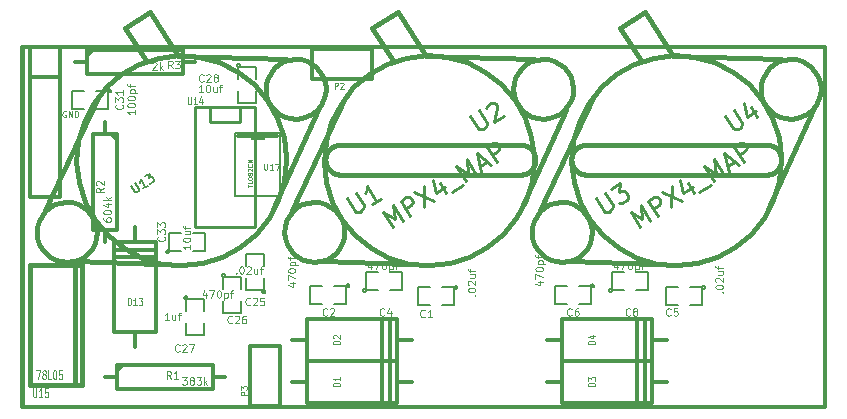
<source format=gto>
G04 (created by PCBNEW-RS274X (20100406 SVN-R2508)-final) date 6/3/2010 10:01:36 PM*
G01*
G70*
G90*
%MOIN*%
G04 Gerber Fmt 3.4, Leading zero omitted, Abs format*
%FSLAX34Y34*%
G04 APERTURE LIST*
%ADD10C,0.006000*%
%ADD11C,0.012000*%
%ADD12C,0.015000*%
%ADD13C,0.003300*%
%ADD14C,0.005000*%
%ADD15C,0.010000*%
%ADD16C,0.004000*%
%ADD17C,0.004200*%
%ADD18C,0.002000*%
%ADD19C,0.002500*%
G04 APERTURE END LIST*
G54D10*
G54D11*
X47750Y-43250D02*
X21000Y-43250D01*
X47750Y-55250D02*
X47750Y-43250D01*
X21000Y-55250D02*
X47750Y-55250D01*
X28200Y-46200D02*
X29500Y-46200D01*
G54D12*
X21000Y-55200D02*
X21000Y-55000D01*
X31600Y-46500D02*
X31557Y-46502D01*
X31514Y-46508D01*
X31471Y-46518D01*
X31429Y-46531D01*
X31389Y-46547D01*
X31351Y-46567D01*
X31314Y-46591D01*
X31279Y-46617D01*
X31247Y-46647D01*
X31217Y-46679D01*
X31191Y-46714D01*
X31167Y-46751D01*
X31147Y-46789D01*
X31131Y-46829D01*
X31118Y-46871D01*
X31108Y-46914D01*
X31102Y-46957D01*
X31100Y-47000D01*
X31100Y-47000D02*
X31102Y-47043D01*
X31108Y-47086D01*
X31118Y-47129D01*
X31131Y-47171D01*
X31147Y-47211D01*
X31167Y-47249D01*
X31191Y-47286D01*
X31217Y-47321D01*
X31247Y-47353D01*
X31279Y-47383D01*
X31314Y-47409D01*
X31351Y-47433D01*
X31389Y-47453D01*
X31429Y-47469D01*
X31471Y-47482D01*
X31514Y-47492D01*
X31557Y-47498D01*
X31600Y-47500D01*
X37600Y-47500D02*
X37643Y-47498D01*
X37686Y-47492D01*
X37729Y-47482D01*
X37771Y-47469D01*
X37811Y-47453D01*
X37850Y-47433D01*
X37886Y-47409D01*
X37921Y-47383D01*
X37953Y-47353D01*
X37983Y-47321D01*
X38009Y-47286D01*
X38033Y-47249D01*
X38053Y-47211D01*
X38069Y-47171D01*
X38082Y-47129D01*
X38092Y-47086D01*
X38098Y-47043D01*
X38100Y-47000D01*
X38100Y-47000D02*
X38098Y-46957D01*
X38092Y-46914D01*
X38082Y-46871D01*
X38069Y-46829D01*
X38053Y-46789D01*
X38033Y-46751D01*
X38009Y-46714D01*
X37983Y-46679D01*
X37953Y-46647D01*
X37921Y-46617D01*
X37886Y-46591D01*
X37850Y-46567D01*
X37811Y-46547D01*
X37771Y-46531D01*
X37729Y-46518D01*
X37686Y-46508D01*
X37643Y-46502D01*
X37600Y-46500D01*
X39800Y-46500D02*
X39757Y-46502D01*
X39714Y-46508D01*
X39671Y-46518D01*
X39629Y-46531D01*
X39589Y-46547D01*
X39551Y-46567D01*
X39514Y-46591D01*
X39479Y-46617D01*
X39447Y-46647D01*
X39417Y-46679D01*
X39391Y-46714D01*
X39367Y-46751D01*
X39347Y-46789D01*
X39331Y-46829D01*
X39318Y-46871D01*
X39308Y-46914D01*
X39302Y-46957D01*
X39300Y-47000D01*
X39300Y-47000D02*
X39302Y-47043D01*
X39308Y-47086D01*
X39318Y-47129D01*
X39331Y-47171D01*
X39347Y-47211D01*
X39367Y-47249D01*
X39391Y-47286D01*
X39417Y-47321D01*
X39447Y-47353D01*
X39479Y-47383D01*
X39514Y-47409D01*
X39551Y-47433D01*
X39589Y-47453D01*
X39629Y-47469D01*
X39671Y-47482D01*
X39714Y-47492D01*
X39757Y-47498D01*
X39800Y-47500D01*
X45800Y-47500D02*
X45843Y-47498D01*
X45886Y-47492D01*
X45929Y-47482D01*
X45971Y-47469D01*
X46011Y-47453D01*
X46050Y-47433D01*
X46086Y-47409D01*
X46121Y-47383D01*
X46153Y-47353D01*
X46183Y-47321D01*
X46209Y-47286D01*
X46233Y-47249D01*
X46253Y-47211D01*
X46269Y-47171D01*
X46282Y-47129D01*
X46292Y-47086D01*
X46298Y-47043D01*
X46300Y-47000D01*
X46300Y-47000D02*
X46298Y-46957D01*
X46292Y-46914D01*
X46282Y-46871D01*
X46269Y-46829D01*
X46253Y-46789D01*
X46233Y-46751D01*
X46209Y-46714D01*
X46183Y-46679D01*
X46153Y-46647D01*
X46121Y-46617D01*
X46086Y-46591D01*
X46050Y-46567D01*
X46011Y-46547D01*
X45971Y-46531D01*
X45929Y-46518D01*
X45886Y-46508D01*
X45843Y-46502D01*
X45800Y-46500D01*
X31600Y-47500D02*
X37600Y-47500D01*
X37600Y-46500D02*
X31600Y-46500D01*
X39800Y-47500D02*
X45800Y-47500D01*
X45800Y-46500D02*
X39800Y-46500D01*
X21000Y-43250D02*
X21000Y-55000D01*
G54D13*
X22447Y-45390D02*
X22428Y-45381D01*
X22400Y-45381D01*
X22371Y-45390D01*
X22352Y-45410D01*
X22343Y-45429D01*
X22333Y-45467D01*
X22333Y-45495D01*
X22343Y-45533D01*
X22352Y-45552D01*
X22371Y-45571D01*
X22400Y-45581D01*
X22419Y-45581D01*
X22447Y-45571D01*
X22457Y-45562D01*
X22457Y-45495D01*
X22419Y-45495D01*
X22543Y-45581D02*
X22543Y-45381D01*
X22657Y-45581D01*
X22657Y-45381D01*
X22753Y-45581D02*
X22753Y-45381D01*
X22800Y-45381D01*
X22829Y-45390D01*
X22848Y-45410D01*
X22857Y-45429D01*
X22867Y-45467D01*
X22867Y-45495D01*
X22857Y-45533D01*
X22848Y-45552D01*
X22829Y-45571D01*
X22800Y-45581D01*
X22753Y-45581D01*
G54D11*
X25250Y-50000D02*
X25450Y-50000D01*
X25250Y-50250D02*
X25450Y-50250D01*
X24250Y-50250D02*
X24050Y-50250D01*
X24250Y-50000D02*
X24050Y-50000D01*
X24250Y-49750D02*
X24050Y-49750D01*
X25250Y-49750D02*
X25450Y-49750D01*
X25250Y-52750D02*
X25450Y-52750D01*
X24250Y-52750D02*
X24050Y-52750D01*
X24050Y-52750D02*
X24050Y-49750D01*
X24250Y-49750D02*
X25250Y-49750D01*
X25450Y-49750D02*
X25450Y-52750D01*
X25250Y-52750D02*
X24250Y-52750D01*
X24250Y-50000D02*
X25250Y-50000D01*
X25250Y-50250D02*
X24250Y-50250D01*
X24750Y-52750D02*
X24750Y-53250D01*
X24750Y-49750D02*
X24750Y-49250D01*
X41750Y-53500D02*
X41750Y-53700D01*
X41500Y-53500D02*
X41500Y-53700D01*
X41500Y-52500D02*
X41500Y-52300D01*
X41750Y-52500D02*
X41750Y-52300D01*
X42000Y-52500D02*
X42000Y-52300D01*
X42000Y-53500D02*
X42000Y-53700D01*
X39000Y-53500D02*
X39000Y-53700D01*
X39000Y-52500D02*
X39000Y-52300D01*
X39000Y-52300D02*
X42000Y-52300D01*
X42000Y-52500D02*
X42000Y-53500D01*
X42000Y-53700D02*
X39000Y-53700D01*
X39000Y-53500D02*
X39000Y-52500D01*
X41750Y-52500D02*
X41750Y-53500D01*
X41500Y-53500D02*
X41500Y-52500D01*
X39000Y-53000D02*
X38500Y-53000D01*
X42000Y-53000D02*
X42500Y-53000D01*
X41750Y-54900D02*
X41750Y-55100D01*
X41500Y-54900D02*
X41500Y-55100D01*
X41500Y-53900D02*
X41500Y-53700D01*
X41750Y-53900D02*
X41750Y-53700D01*
X42000Y-53900D02*
X42000Y-53700D01*
X42000Y-54900D02*
X42000Y-55100D01*
X39000Y-54900D02*
X39000Y-55100D01*
X39000Y-53900D02*
X39000Y-53700D01*
X39000Y-53700D02*
X42000Y-53700D01*
X42000Y-53900D02*
X42000Y-54900D01*
X42000Y-55100D02*
X39000Y-55100D01*
X39000Y-54900D02*
X39000Y-53900D01*
X41750Y-53900D02*
X41750Y-54900D01*
X41500Y-54900D02*
X41500Y-53900D01*
X39000Y-54400D02*
X38500Y-54400D01*
X42000Y-54400D02*
X42500Y-54400D01*
X33250Y-53500D02*
X33250Y-53700D01*
X33000Y-53500D02*
X33000Y-53700D01*
X33000Y-52500D02*
X33000Y-52300D01*
X33250Y-52500D02*
X33250Y-52300D01*
X33500Y-52500D02*
X33500Y-52300D01*
X33500Y-53500D02*
X33500Y-53700D01*
X30500Y-53500D02*
X30500Y-53700D01*
X30500Y-52500D02*
X30500Y-52300D01*
X30500Y-52300D02*
X33500Y-52300D01*
X33500Y-52500D02*
X33500Y-53500D01*
X33500Y-53700D02*
X30500Y-53700D01*
X30500Y-53500D02*
X30500Y-52500D01*
X33250Y-52500D02*
X33250Y-53500D01*
X33000Y-53500D02*
X33000Y-52500D01*
X30500Y-53000D02*
X30000Y-53000D01*
X33500Y-53000D02*
X34000Y-53000D01*
X33250Y-54900D02*
X33250Y-55100D01*
X33000Y-54900D02*
X33000Y-55100D01*
X33000Y-53900D02*
X33000Y-53700D01*
X33250Y-53900D02*
X33250Y-53700D01*
X33500Y-53900D02*
X33500Y-53700D01*
X33500Y-54900D02*
X33500Y-55100D01*
X30500Y-54900D02*
X30500Y-55100D01*
X30500Y-53900D02*
X30500Y-53700D01*
X30500Y-53700D02*
X33500Y-53700D01*
X33500Y-53900D02*
X33500Y-54900D01*
X33500Y-55100D02*
X30500Y-55100D01*
X30500Y-54900D02*
X30500Y-53900D01*
X33250Y-53900D02*
X33250Y-54900D01*
X33000Y-54900D02*
X33000Y-53900D01*
X30500Y-54400D02*
X30000Y-54400D01*
X33500Y-54400D02*
X34000Y-54400D01*
X23750Y-54250D02*
X24150Y-54250D01*
X24150Y-54250D02*
X24150Y-53850D01*
X24150Y-53850D02*
X27350Y-53850D01*
X27350Y-53850D02*
X27350Y-54650D01*
X27350Y-54650D02*
X24150Y-54650D01*
X24150Y-54650D02*
X24150Y-54250D01*
X24150Y-54050D02*
X24350Y-53850D01*
X27750Y-54250D02*
X27350Y-54250D01*
X23750Y-45750D02*
X23750Y-46150D01*
X23750Y-46150D02*
X24150Y-46150D01*
X24150Y-46150D02*
X24150Y-49350D01*
X24150Y-49350D02*
X23350Y-49350D01*
X23350Y-49350D02*
X23350Y-46150D01*
X23350Y-46150D02*
X23750Y-46150D01*
X23950Y-46150D02*
X24150Y-46350D01*
X23750Y-49750D02*
X23750Y-49350D01*
X22750Y-43750D02*
X23150Y-43750D01*
X23150Y-43750D02*
X23150Y-43350D01*
X23150Y-43350D02*
X26350Y-43350D01*
X26350Y-43350D02*
X26350Y-44150D01*
X26350Y-44150D02*
X23150Y-44150D01*
X23150Y-44150D02*
X23150Y-43750D01*
X23150Y-43550D02*
X23350Y-43350D01*
X26750Y-43750D02*
X26350Y-43750D01*
G54D12*
X33326Y-43656D02*
X32664Y-42596D01*
X32664Y-42596D02*
X33512Y-42066D01*
X33512Y-42066D02*
X34439Y-43551D01*
X29987Y-48691D02*
X31763Y-44928D01*
X34651Y-50494D02*
X31047Y-50387D01*
X37619Y-48639D02*
X39103Y-45353D01*
X34439Y-43551D02*
X38043Y-43657D01*
X39360Y-44637D02*
X39340Y-44831D01*
X39284Y-45017D01*
X39193Y-45189D01*
X39069Y-45340D01*
X38919Y-45465D01*
X38748Y-45557D01*
X38561Y-45615D01*
X38367Y-45635D01*
X38174Y-45618D01*
X37987Y-45563D01*
X37814Y-45472D01*
X37663Y-45350D01*
X37537Y-45201D01*
X37443Y-45030D01*
X37384Y-44844D01*
X37363Y-44650D01*
X37379Y-44457D01*
X37433Y-44270D01*
X37522Y-44096D01*
X37643Y-43944D01*
X37791Y-43817D01*
X37962Y-43722D01*
X38147Y-43662D01*
X38341Y-43639D01*
X38534Y-43654D01*
X38722Y-43706D01*
X38896Y-43794D01*
X39049Y-43914D01*
X39177Y-44062D01*
X39273Y-44231D01*
X39335Y-44416D01*
X39359Y-44610D01*
X39360Y-44637D01*
X31729Y-49407D02*
X31709Y-49601D01*
X31653Y-49788D01*
X31561Y-49960D01*
X31438Y-50111D01*
X31288Y-50236D01*
X31116Y-50328D01*
X30930Y-50386D01*
X30735Y-50406D01*
X30542Y-50389D01*
X30355Y-50334D01*
X30182Y-50243D01*
X30030Y-50121D01*
X29904Y-49971D01*
X29810Y-49800D01*
X29751Y-49614D01*
X29730Y-49420D01*
X29746Y-49227D01*
X29800Y-49039D01*
X29889Y-48866D01*
X30010Y-48713D01*
X30159Y-48586D01*
X30329Y-48491D01*
X30515Y-48431D01*
X30709Y-48408D01*
X30902Y-48423D01*
X31090Y-48475D01*
X31264Y-48563D01*
X31418Y-48683D01*
X31546Y-48831D01*
X31642Y-49001D01*
X31704Y-49186D01*
X31728Y-49380D01*
X31729Y-49407D01*
X38045Y-47022D02*
X37978Y-47701D01*
X37780Y-48355D01*
X37460Y-48958D01*
X37028Y-49488D01*
X36502Y-49923D01*
X35901Y-50248D01*
X35248Y-50450D01*
X34569Y-50521D01*
X33890Y-50460D01*
X33234Y-50267D01*
X32629Y-49950D01*
X32097Y-49522D01*
X31658Y-48999D01*
X31329Y-48400D01*
X31122Y-47749D01*
X31046Y-47070D01*
X31103Y-46391D01*
X31291Y-45734D01*
X31604Y-45127D01*
X32028Y-44591D01*
X32548Y-44148D01*
X33144Y-43815D01*
X33794Y-43604D01*
X34472Y-43523D01*
X35152Y-43576D01*
X35810Y-43759D01*
X36420Y-44067D01*
X36958Y-44488D01*
X37405Y-45005D01*
X37742Y-45599D01*
X37958Y-46247D01*
X38043Y-46925D01*
X38045Y-47022D01*
X41576Y-43656D02*
X40914Y-42596D01*
X40914Y-42596D02*
X41762Y-42066D01*
X41762Y-42066D02*
X42689Y-43551D01*
X38237Y-48691D02*
X40013Y-44928D01*
X42901Y-50494D02*
X39297Y-50387D01*
X45869Y-48639D02*
X47353Y-45353D01*
X42689Y-43551D02*
X46293Y-43657D01*
X47610Y-44637D02*
X47590Y-44831D01*
X47534Y-45017D01*
X47443Y-45189D01*
X47319Y-45340D01*
X47169Y-45465D01*
X46998Y-45557D01*
X46811Y-45615D01*
X46617Y-45635D01*
X46424Y-45618D01*
X46237Y-45563D01*
X46064Y-45472D01*
X45913Y-45350D01*
X45787Y-45201D01*
X45693Y-45030D01*
X45634Y-44844D01*
X45613Y-44650D01*
X45629Y-44457D01*
X45683Y-44270D01*
X45772Y-44096D01*
X45893Y-43944D01*
X46041Y-43817D01*
X46212Y-43722D01*
X46397Y-43662D01*
X46591Y-43639D01*
X46784Y-43654D01*
X46972Y-43706D01*
X47146Y-43794D01*
X47299Y-43914D01*
X47427Y-44062D01*
X47523Y-44231D01*
X47585Y-44416D01*
X47609Y-44610D01*
X47610Y-44637D01*
X39979Y-49407D02*
X39959Y-49601D01*
X39903Y-49788D01*
X39811Y-49960D01*
X39688Y-50111D01*
X39538Y-50236D01*
X39366Y-50328D01*
X39180Y-50386D01*
X38985Y-50406D01*
X38792Y-50389D01*
X38605Y-50334D01*
X38432Y-50243D01*
X38280Y-50121D01*
X38154Y-49971D01*
X38060Y-49800D01*
X38001Y-49614D01*
X37980Y-49420D01*
X37996Y-49227D01*
X38050Y-49039D01*
X38139Y-48866D01*
X38260Y-48713D01*
X38409Y-48586D01*
X38579Y-48491D01*
X38765Y-48431D01*
X38959Y-48408D01*
X39152Y-48423D01*
X39340Y-48475D01*
X39514Y-48563D01*
X39668Y-48683D01*
X39796Y-48831D01*
X39892Y-49001D01*
X39954Y-49186D01*
X39978Y-49380D01*
X39979Y-49407D01*
X46295Y-47022D02*
X46228Y-47701D01*
X46030Y-48355D01*
X45710Y-48958D01*
X45278Y-49488D01*
X44752Y-49923D01*
X44151Y-50248D01*
X43498Y-50450D01*
X42819Y-50521D01*
X42140Y-50460D01*
X41484Y-50267D01*
X40879Y-49950D01*
X40347Y-49522D01*
X39908Y-48999D01*
X39579Y-48400D01*
X39372Y-47749D01*
X39296Y-47070D01*
X39353Y-46391D01*
X39541Y-45734D01*
X39854Y-45127D01*
X40278Y-44591D01*
X40798Y-44148D01*
X41394Y-43815D01*
X42044Y-43604D01*
X42722Y-43523D01*
X43402Y-43576D01*
X44060Y-43759D01*
X44670Y-44067D01*
X45208Y-44488D01*
X45655Y-45005D01*
X45992Y-45599D01*
X46208Y-46247D01*
X46293Y-46925D01*
X46295Y-47022D01*
X25076Y-43656D02*
X24414Y-42596D01*
X24414Y-42596D02*
X25262Y-42066D01*
X25262Y-42066D02*
X26189Y-43551D01*
X21737Y-48691D02*
X23513Y-44928D01*
X26401Y-50494D02*
X22797Y-50387D01*
X29369Y-48639D02*
X30853Y-45353D01*
X26189Y-43551D02*
X29793Y-43657D01*
X31110Y-44637D02*
X31090Y-44831D01*
X31034Y-45017D01*
X30943Y-45189D01*
X30819Y-45340D01*
X30669Y-45465D01*
X30498Y-45557D01*
X30311Y-45615D01*
X30117Y-45635D01*
X29924Y-45618D01*
X29737Y-45563D01*
X29564Y-45472D01*
X29413Y-45350D01*
X29287Y-45201D01*
X29193Y-45030D01*
X29134Y-44844D01*
X29113Y-44650D01*
X29129Y-44457D01*
X29183Y-44270D01*
X29272Y-44096D01*
X29393Y-43944D01*
X29541Y-43817D01*
X29712Y-43722D01*
X29897Y-43662D01*
X30091Y-43639D01*
X30284Y-43654D01*
X30472Y-43706D01*
X30646Y-43794D01*
X30799Y-43914D01*
X30927Y-44062D01*
X31023Y-44231D01*
X31085Y-44416D01*
X31109Y-44610D01*
X31110Y-44637D01*
X23479Y-49407D02*
X23459Y-49601D01*
X23403Y-49788D01*
X23311Y-49960D01*
X23188Y-50111D01*
X23038Y-50236D01*
X22866Y-50328D01*
X22680Y-50386D01*
X22485Y-50406D01*
X22292Y-50389D01*
X22105Y-50334D01*
X21932Y-50243D01*
X21780Y-50121D01*
X21654Y-49971D01*
X21560Y-49800D01*
X21501Y-49614D01*
X21480Y-49420D01*
X21496Y-49227D01*
X21550Y-49039D01*
X21639Y-48866D01*
X21760Y-48713D01*
X21909Y-48586D01*
X22079Y-48491D01*
X22265Y-48431D01*
X22459Y-48408D01*
X22652Y-48423D01*
X22840Y-48475D01*
X23014Y-48563D01*
X23168Y-48683D01*
X23296Y-48831D01*
X23392Y-49001D01*
X23454Y-49186D01*
X23478Y-49380D01*
X23479Y-49407D01*
X29795Y-47022D02*
X29728Y-47701D01*
X29530Y-48355D01*
X29210Y-48958D01*
X28778Y-49488D01*
X28252Y-49923D01*
X27651Y-50248D01*
X26998Y-50450D01*
X26319Y-50521D01*
X25640Y-50460D01*
X24984Y-50267D01*
X24379Y-49950D01*
X23847Y-49522D01*
X23408Y-48999D01*
X23079Y-48400D01*
X22872Y-47749D01*
X22796Y-47070D01*
X22853Y-46391D01*
X23041Y-45734D01*
X23354Y-45127D01*
X23778Y-44591D01*
X24298Y-44148D01*
X24894Y-43815D01*
X25544Y-43604D01*
X26222Y-43523D01*
X26902Y-43576D01*
X27560Y-43759D01*
X28170Y-44067D01*
X28708Y-44488D01*
X29155Y-45005D01*
X29492Y-45599D01*
X29708Y-46247D01*
X29793Y-46925D01*
X29795Y-47022D01*
X41576Y-43656D02*
X40914Y-42596D01*
X40914Y-42596D02*
X41762Y-42066D01*
X41762Y-42066D02*
X42689Y-43551D01*
X38237Y-48691D02*
X40013Y-44928D01*
X42901Y-50494D02*
X39297Y-50387D01*
X45869Y-48639D02*
X47353Y-45353D01*
X42689Y-43551D02*
X46293Y-43657D01*
X47610Y-44637D02*
X47590Y-44831D01*
X47534Y-45017D01*
X47443Y-45189D01*
X47319Y-45340D01*
X47169Y-45465D01*
X46998Y-45557D01*
X46811Y-45615D01*
X46617Y-45635D01*
X46424Y-45618D01*
X46237Y-45563D01*
X46064Y-45472D01*
X45913Y-45350D01*
X45787Y-45201D01*
X45693Y-45030D01*
X45634Y-44844D01*
X45613Y-44650D01*
X45629Y-44457D01*
X45683Y-44270D01*
X45772Y-44096D01*
X45893Y-43944D01*
X46041Y-43817D01*
X46212Y-43722D01*
X46397Y-43662D01*
X46591Y-43639D01*
X46784Y-43654D01*
X46972Y-43706D01*
X47146Y-43794D01*
X47299Y-43914D01*
X47427Y-44062D01*
X47523Y-44231D01*
X47585Y-44416D01*
X47609Y-44610D01*
X47610Y-44637D01*
X39979Y-49407D02*
X39959Y-49601D01*
X39903Y-49788D01*
X39811Y-49960D01*
X39688Y-50111D01*
X39538Y-50236D01*
X39366Y-50328D01*
X39180Y-50386D01*
X38985Y-50406D01*
X38792Y-50389D01*
X38605Y-50334D01*
X38432Y-50243D01*
X38280Y-50121D01*
X38154Y-49971D01*
X38060Y-49800D01*
X38001Y-49614D01*
X37980Y-49420D01*
X37996Y-49227D01*
X38050Y-49039D01*
X38139Y-48866D01*
X38260Y-48713D01*
X38409Y-48586D01*
X38579Y-48491D01*
X38765Y-48431D01*
X38959Y-48408D01*
X39152Y-48423D01*
X39340Y-48475D01*
X39514Y-48563D01*
X39668Y-48683D01*
X39796Y-48831D01*
X39892Y-49001D01*
X39954Y-49186D01*
X39978Y-49380D01*
X39979Y-49407D01*
X46295Y-47022D02*
X46228Y-47701D01*
X46030Y-48355D01*
X45710Y-48958D01*
X45278Y-49488D01*
X44752Y-49923D01*
X44151Y-50248D01*
X43498Y-50450D01*
X42819Y-50521D01*
X42140Y-50460D01*
X41484Y-50267D01*
X40879Y-49950D01*
X40347Y-49522D01*
X39908Y-48999D01*
X39579Y-48400D01*
X39372Y-47749D01*
X39296Y-47070D01*
X39353Y-46391D01*
X39541Y-45734D01*
X39854Y-45127D01*
X40278Y-44591D01*
X40798Y-44148D01*
X41394Y-43815D01*
X42044Y-43604D01*
X42722Y-43523D01*
X43402Y-43576D01*
X44060Y-43759D01*
X44670Y-44067D01*
X45208Y-44488D01*
X45655Y-45005D01*
X45992Y-45599D01*
X46208Y-46247D01*
X46293Y-46925D01*
X46295Y-47022D01*
X33326Y-43656D02*
X32664Y-42596D01*
X32664Y-42596D02*
X33512Y-42066D01*
X33512Y-42066D02*
X34439Y-43551D01*
X29987Y-48691D02*
X31763Y-44928D01*
X34651Y-50494D02*
X31047Y-50387D01*
X37619Y-48639D02*
X39103Y-45353D01*
X34439Y-43551D02*
X38043Y-43657D01*
X39360Y-44637D02*
X39340Y-44831D01*
X39284Y-45017D01*
X39193Y-45189D01*
X39069Y-45340D01*
X38919Y-45465D01*
X38748Y-45557D01*
X38561Y-45615D01*
X38367Y-45635D01*
X38174Y-45618D01*
X37987Y-45563D01*
X37814Y-45472D01*
X37663Y-45350D01*
X37537Y-45201D01*
X37443Y-45030D01*
X37384Y-44844D01*
X37363Y-44650D01*
X37379Y-44457D01*
X37433Y-44270D01*
X37522Y-44096D01*
X37643Y-43944D01*
X37791Y-43817D01*
X37962Y-43722D01*
X38147Y-43662D01*
X38341Y-43639D01*
X38534Y-43654D01*
X38722Y-43706D01*
X38896Y-43794D01*
X39049Y-43914D01*
X39177Y-44062D01*
X39273Y-44231D01*
X39335Y-44416D01*
X39359Y-44610D01*
X39360Y-44637D01*
X31729Y-49407D02*
X31709Y-49601D01*
X31653Y-49788D01*
X31561Y-49960D01*
X31438Y-50111D01*
X31288Y-50236D01*
X31116Y-50328D01*
X30930Y-50386D01*
X30735Y-50406D01*
X30542Y-50389D01*
X30355Y-50334D01*
X30182Y-50243D01*
X30030Y-50121D01*
X29904Y-49971D01*
X29810Y-49800D01*
X29751Y-49614D01*
X29730Y-49420D01*
X29746Y-49227D01*
X29800Y-49039D01*
X29889Y-48866D01*
X30010Y-48713D01*
X30159Y-48586D01*
X30329Y-48491D01*
X30515Y-48431D01*
X30709Y-48408D01*
X30902Y-48423D01*
X31090Y-48475D01*
X31264Y-48563D01*
X31418Y-48683D01*
X31546Y-48831D01*
X31642Y-49001D01*
X31704Y-49186D01*
X31728Y-49380D01*
X31729Y-49407D01*
X38045Y-47022D02*
X37978Y-47701D01*
X37780Y-48355D01*
X37460Y-48958D01*
X37028Y-49488D01*
X36502Y-49923D01*
X35901Y-50248D01*
X35248Y-50450D01*
X34569Y-50521D01*
X33890Y-50460D01*
X33234Y-50267D01*
X32629Y-49950D01*
X32097Y-49522D01*
X31658Y-48999D01*
X31329Y-48400D01*
X31122Y-47749D01*
X31046Y-47070D01*
X31103Y-46391D01*
X31291Y-45734D01*
X31604Y-45127D01*
X32028Y-44591D01*
X32548Y-44148D01*
X33144Y-43815D01*
X33794Y-43604D01*
X34472Y-43523D01*
X35152Y-43576D01*
X35810Y-43759D01*
X36420Y-44067D01*
X36958Y-44488D01*
X37405Y-45005D01*
X37742Y-45599D01*
X37958Y-46247D01*
X38043Y-46925D01*
X38045Y-47022D01*
G54D14*
X29100Y-51400D02*
X29099Y-51409D01*
X29096Y-51419D01*
X29091Y-51427D01*
X29085Y-51435D01*
X29077Y-51441D01*
X29069Y-51446D01*
X29060Y-51448D01*
X29050Y-51449D01*
X29041Y-51449D01*
X29032Y-51446D01*
X29023Y-51441D01*
X29016Y-51435D01*
X29009Y-51428D01*
X29005Y-51419D01*
X29002Y-51410D01*
X29001Y-51400D01*
X29001Y-51391D01*
X29004Y-51382D01*
X29008Y-51373D01*
X29015Y-51366D01*
X29022Y-51359D01*
X29030Y-51355D01*
X29040Y-51352D01*
X29049Y-51351D01*
X29058Y-51351D01*
X29068Y-51354D01*
X29076Y-51358D01*
X29084Y-51364D01*
X29090Y-51372D01*
X29095Y-51380D01*
X29098Y-51389D01*
X29099Y-51399D01*
X29100Y-51400D01*
X29050Y-50950D02*
X29050Y-51350D01*
X29050Y-51350D02*
X28450Y-51350D01*
X28450Y-51350D02*
X28450Y-50950D01*
X28450Y-50550D02*
X28450Y-50150D01*
X28450Y-50150D02*
X29050Y-50150D01*
X29050Y-50150D02*
X29050Y-50550D01*
X32450Y-51350D02*
X32449Y-51359D01*
X32446Y-51369D01*
X32441Y-51377D01*
X32435Y-51385D01*
X32427Y-51391D01*
X32419Y-51396D01*
X32410Y-51398D01*
X32400Y-51399D01*
X32391Y-51399D01*
X32382Y-51396D01*
X32373Y-51391D01*
X32366Y-51385D01*
X32359Y-51378D01*
X32355Y-51369D01*
X32352Y-51360D01*
X32351Y-51350D01*
X32351Y-51341D01*
X32354Y-51332D01*
X32358Y-51323D01*
X32365Y-51316D01*
X32372Y-51309D01*
X32380Y-51305D01*
X32390Y-51302D01*
X32399Y-51301D01*
X32408Y-51301D01*
X32418Y-51304D01*
X32426Y-51308D01*
X32434Y-51314D01*
X32440Y-51322D01*
X32445Y-51330D01*
X32448Y-51339D01*
X32449Y-51349D01*
X32450Y-51350D01*
X32850Y-51350D02*
X32450Y-51350D01*
X32450Y-51350D02*
X32450Y-50750D01*
X32450Y-50750D02*
X32850Y-50750D01*
X33250Y-50750D02*
X33650Y-50750D01*
X33650Y-50750D02*
X33650Y-51350D01*
X33650Y-51350D02*
X33250Y-51350D01*
X40050Y-51200D02*
X40049Y-51209D01*
X40046Y-51219D01*
X40041Y-51227D01*
X40035Y-51235D01*
X40027Y-51241D01*
X40019Y-51246D01*
X40010Y-51248D01*
X40000Y-51249D01*
X39991Y-51249D01*
X39982Y-51246D01*
X39973Y-51241D01*
X39966Y-51235D01*
X39959Y-51228D01*
X39955Y-51219D01*
X39952Y-51210D01*
X39951Y-51200D01*
X39951Y-51191D01*
X39954Y-51182D01*
X39958Y-51173D01*
X39965Y-51166D01*
X39972Y-51159D01*
X39980Y-51155D01*
X39990Y-51152D01*
X39999Y-51151D01*
X40008Y-51151D01*
X40018Y-51154D01*
X40026Y-51158D01*
X40034Y-51164D01*
X40040Y-51172D01*
X40045Y-51180D01*
X40048Y-51189D01*
X40049Y-51199D01*
X40050Y-51200D01*
X39550Y-51200D02*
X39950Y-51200D01*
X39950Y-51200D02*
X39950Y-51800D01*
X39950Y-51800D02*
X39550Y-51800D01*
X39150Y-51800D02*
X38750Y-51800D01*
X38750Y-51800D02*
X38750Y-51200D01*
X38750Y-51200D02*
X39150Y-51200D01*
X31900Y-51200D02*
X31899Y-51209D01*
X31896Y-51219D01*
X31891Y-51227D01*
X31885Y-51235D01*
X31877Y-51241D01*
X31869Y-51246D01*
X31860Y-51248D01*
X31850Y-51249D01*
X31841Y-51249D01*
X31832Y-51246D01*
X31823Y-51241D01*
X31816Y-51235D01*
X31809Y-51228D01*
X31805Y-51219D01*
X31802Y-51210D01*
X31801Y-51200D01*
X31801Y-51191D01*
X31804Y-51182D01*
X31808Y-51173D01*
X31815Y-51166D01*
X31822Y-51159D01*
X31830Y-51155D01*
X31840Y-51152D01*
X31849Y-51151D01*
X31858Y-51151D01*
X31868Y-51154D01*
X31876Y-51158D01*
X31884Y-51164D01*
X31890Y-51172D01*
X31895Y-51180D01*
X31898Y-51189D01*
X31899Y-51199D01*
X31900Y-51200D01*
X31400Y-51200D02*
X31800Y-51200D01*
X31800Y-51200D02*
X31800Y-51800D01*
X31800Y-51800D02*
X31400Y-51800D01*
X31000Y-51800D02*
X30600Y-51800D01*
X30600Y-51800D02*
X30600Y-51200D01*
X30600Y-51200D02*
X31000Y-51200D01*
X40650Y-51350D02*
X40649Y-51359D01*
X40646Y-51369D01*
X40641Y-51377D01*
X40635Y-51385D01*
X40627Y-51391D01*
X40619Y-51396D01*
X40610Y-51398D01*
X40600Y-51399D01*
X40591Y-51399D01*
X40582Y-51396D01*
X40573Y-51391D01*
X40566Y-51385D01*
X40559Y-51378D01*
X40555Y-51369D01*
X40552Y-51360D01*
X40551Y-51350D01*
X40551Y-51341D01*
X40554Y-51332D01*
X40558Y-51323D01*
X40565Y-51316D01*
X40572Y-51309D01*
X40580Y-51305D01*
X40590Y-51302D01*
X40599Y-51301D01*
X40608Y-51301D01*
X40618Y-51304D01*
X40626Y-51308D01*
X40634Y-51314D01*
X40640Y-51322D01*
X40645Y-51330D01*
X40648Y-51339D01*
X40649Y-51349D01*
X40650Y-51350D01*
X41050Y-51350D02*
X40650Y-51350D01*
X40650Y-51350D02*
X40650Y-50750D01*
X40650Y-50750D02*
X41050Y-50750D01*
X41450Y-50750D02*
X41850Y-50750D01*
X41850Y-50750D02*
X41850Y-51350D01*
X41850Y-51350D02*
X41450Y-51350D01*
X43750Y-51250D02*
X43749Y-51259D01*
X43746Y-51269D01*
X43741Y-51277D01*
X43735Y-51285D01*
X43727Y-51291D01*
X43719Y-51296D01*
X43710Y-51298D01*
X43700Y-51299D01*
X43691Y-51299D01*
X43682Y-51296D01*
X43673Y-51291D01*
X43666Y-51285D01*
X43659Y-51278D01*
X43655Y-51269D01*
X43652Y-51260D01*
X43651Y-51250D01*
X43651Y-51241D01*
X43654Y-51232D01*
X43658Y-51223D01*
X43665Y-51216D01*
X43672Y-51209D01*
X43680Y-51205D01*
X43690Y-51202D01*
X43699Y-51201D01*
X43708Y-51201D01*
X43718Y-51204D01*
X43726Y-51208D01*
X43734Y-51214D01*
X43740Y-51222D01*
X43745Y-51230D01*
X43748Y-51239D01*
X43749Y-51249D01*
X43750Y-51250D01*
X43250Y-51250D02*
X43650Y-51250D01*
X43650Y-51250D02*
X43650Y-51850D01*
X43650Y-51850D02*
X43250Y-51850D01*
X42850Y-51850D02*
X42450Y-51850D01*
X42450Y-51850D02*
X42450Y-51250D01*
X42450Y-51250D02*
X42850Y-51250D01*
X35500Y-51250D02*
X35499Y-51259D01*
X35496Y-51269D01*
X35491Y-51277D01*
X35485Y-51285D01*
X35477Y-51291D01*
X35469Y-51296D01*
X35460Y-51298D01*
X35450Y-51299D01*
X35441Y-51299D01*
X35432Y-51296D01*
X35423Y-51291D01*
X35416Y-51285D01*
X35409Y-51278D01*
X35405Y-51269D01*
X35402Y-51260D01*
X35401Y-51250D01*
X35401Y-51241D01*
X35404Y-51232D01*
X35408Y-51223D01*
X35415Y-51216D01*
X35422Y-51209D01*
X35430Y-51205D01*
X35440Y-51202D01*
X35449Y-51201D01*
X35458Y-51201D01*
X35468Y-51204D01*
X35476Y-51208D01*
X35484Y-51214D01*
X35490Y-51222D01*
X35495Y-51230D01*
X35498Y-51239D01*
X35499Y-51249D01*
X35500Y-51250D01*
X35000Y-51250D02*
X35400Y-51250D01*
X35400Y-51250D02*
X35400Y-51850D01*
X35400Y-51850D02*
X35000Y-51850D01*
X34600Y-51850D02*
X34200Y-51850D01*
X34200Y-51850D02*
X34200Y-51250D01*
X34200Y-51250D02*
X34600Y-51250D01*
G54D11*
X21250Y-43250D02*
X22250Y-43250D01*
X22250Y-43250D02*
X22250Y-48250D01*
X22250Y-48250D02*
X21250Y-48250D01*
X21250Y-48250D02*
X21250Y-43250D01*
X21250Y-44250D02*
X22250Y-44250D01*
G54D14*
X26500Y-51600D02*
X26499Y-51609D01*
X26496Y-51619D01*
X26491Y-51627D01*
X26485Y-51635D01*
X26477Y-51641D01*
X26469Y-51646D01*
X26460Y-51648D01*
X26450Y-51649D01*
X26441Y-51649D01*
X26432Y-51646D01*
X26423Y-51641D01*
X26416Y-51635D01*
X26409Y-51628D01*
X26405Y-51619D01*
X26402Y-51610D01*
X26401Y-51600D01*
X26401Y-51591D01*
X26404Y-51582D01*
X26408Y-51573D01*
X26415Y-51566D01*
X26422Y-51559D01*
X26430Y-51555D01*
X26440Y-51552D01*
X26449Y-51551D01*
X26458Y-51551D01*
X26468Y-51554D01*
X26476Y-51558D01*
X26484Y-51564D01*
X26490Y-51572D01*
X26495Y-51580D01*
X26498Y-51589D01*
X26499Y-51599D01*
X26500Y-51600D01*
X26450Y-52050D02*
X26450Y-51650D01*
X26450Y-51650D02*
X27050Y-51650D01*
X27050Y-51650D02*
X27050Y-52050D01*
X27050Y-52450D02*
X27050Y-52850D01*
X27050Y-52850D02*
X26450Y-52850D01*
X26450Y-52850D02*
X26450Y-52450D01*
X23950Y-44700D02*
X23949Y-44709D01*
X23946Y-44719D01*
X23941Y-44727D01*
X23935Y-44735D01*
X23927Y-44741D01*
X23919Y-44746D01*
X23910Y-44748D01*
X23900Y-44749D01*
X23891Y-44749D01*
X23882Y-44746D01*
X23873Y-44741D01*
X23866Y-44735D01*
X23859Y-44728D01*
X23855Y-44719D01*
X23852Y-44710D01*
X23851Y-44700D01*
X23851Y-44691D01*
X23854Y-44682D01*
X23858Y-44673D01*
X23865Y-44666D01*
X23872Y-44659D01*
X23880Y-44655D01*
X23890Y-44652D01*
X23899Y-44651D01*
X23908Y-44651D01*
X23918Y-44654D01*
X23926Y-44658D01*
X23934Y-44664D01*
X23940Y-44672D01*
X23945Y-44680D01*
X23948Y-44689D01*
X23949Y-44699D01*
X23950Y-44700D01*
X23450Y-44700D02*
X23850Y-44700D01*
X23850Y-44700D02*
X23850Y-45300D01*
X23850Y-45300D02*
X23450Y-45300D01*
X23050Y-45300D02*
X22650Y-45300D01*
X22650Y-45300D02*
X22650Y-44700D01*
X22650Y-44700D02*
X23050Y-44700D01*
X25900Y-50050D02*
X25899Y-50059D01*
X25896Y-50069D01*
X25891Y-50077D01*
X25885Y-50085D01*
X25877Y-50091D01*
X25869Y-50096D01*
X25860Y-50098D01*
X25850Y-50099D01*
X25841Y-50099D01*
X25832Y-50096D01*
X25823Y-50091D01*
X25816Y-50085D01*
X25809Y-50078D01*
X25805Y-50069D01*
X25802Y-50060D01*
X25801Y-50050D01*
X25801Y-50041D01*
X25804Y-50032D01*
X25808Y-50023D01*
X25815Y-50016D01*
X25822Y-50009D01*
X25830Y-50005D01*
X25840Y-50002D01*
X25849Y-50001D01*
X25858Y-50001D01*
X25868Y-50004D01*
X25876Y-50008D01*
X25884Y-50014D01*
X25890Y-50022D01*
X25895Y-50030D01*
X25898Y-50039D01*
X25899Y-50049D01*
X25900Y-50050D01*
X26300Y-50050D02*
X25900Y-50050D01*
X25900Y-50050D02*
X25900Y-49450D01*
X25900Y-49450D02*
X26300Y-49450D01*
X26700Y-49450D02*
X27100Y-49450D01*
X27100Y-49450D02*
X27100Y-50050D01*
X27100Y-50050D02*
X26700Y-50050D01*
X28250Y-43850D02*
X28249Y-43859D01*
X28246Y-43869D01*
X28241Y-43877D01*
X28235Y-43885D01*
X28227Y-43891D01*
X28219Y-43896D01*
X28210Y-43898D01*
X28200Y-43899D01*
X28191Y-43899D01*
X28182Y-43896D01*
X28173Y-43891D01*
X28166Y-43885D01*
X28159Y-43878D01*
X28155Y-43869D01*
X28152Y-43860D01*
X28151Y-43850D01*
X28151Y-43841D01*
X28154Y-43832D01*
X28158Y-43823D01*
X28165Y-43816D01*
X28172Y-43809D01*
X28180Y-43805D01*
X28190Y-43802D01*
X28199Y-43801D01*
X28208Y-43801D01*
X28218Y-43804D01*
X28226Y-43808D01*
X28234Y-43814D01*
X28240Y-43822D01*
X28245Y-43830D01*
X28248Y-43839D01*
X28249Y-43849D01*
X28250Y-43850D01*
X28200Y-44300D02*
X28200Y-43900D01*
X28200Y-43900D02*
X28800Y-43900D01*
X28800Y-43900D02*
X28800Y-44300D01*
X28800Y-44700D02*
X28800Y-45100D01*
X28800Y-45100D02*
X28200Y-45100D01*
X28200Y-45100D02*
X28200Y-44700D01*
X27750Y-50850D02*
X27749Y-50859D01*
X27746Y-50869D01*
X27741Y-50877D01*
X27735Y-50885D01*
X27727Y-50891D01*
X27719Y-50896D01*
X27710Y-50898D01*
X27700Y-50899D01*
X27691Y-50899D01*
X27682Y-50896D01*
X27673Y-50891D01*
X27666Y-50885D01*
X27659Y-50878D01*
X27655Y-50869D01*
X27652Y-50860D01*
X27651Y-50850D01*
X27651Y-50841D01*
X27654Y-50832D01*
X27658Y-50823D01*
X27665Y-50816D01*
X27672Y-50809D01*
X27680Y-50805D01*
X27690Y-50802D01*
X27699Y-50801D01*
X27708Y-50801D01*
X27718Y-50804D01*
X27726Y-50808D01*
X27734Y-50814D01*
X27740Y-50822D01*
X27745Y-50830D01*
X27748Y-50839D01*
X27749Y-50849D01*
X27750Y-50850D01*
X27700Y-51300D02*
X27700Y-50900D01*
X27700Y-50900D02*
X28300Y-50900D01*
X28300Y-50900D02*
X28300Y-51300D01*
X28300Y-51700D02*
X28300Y-52100D01*
X28300Y-52100D02*
X27700Y-52100D01*
X27700Y-52100D02*
X27700Y-51700D01*
G54D15*
X28250Y-45250D02*
X28250Y-45750D01*
X28250Y-45750D02*
X27250Y-45750D01*
X27250Y-45750D02*
X27250Y-45250D01*
X28750Y-45250D02*
X28750Y-49250D01*
X28750Y-49250D02*
X26750Y-49250D01*
X26750Y-49250D02*
X26750Y-45250D01*
X26750Y-45250D02*
X28750Y-45250D01*
G54D12*
X22750Y-50500D02*
X23000Y-50500D01*
X23000Y-50500D02*
X23000Y-54500D01*
X23000Y-54500D02*
X22750Y-54500D01*
X21250Y-50500D02*
X22750Y-50500D01*
X22750Y-50500D02*
X22750Y-54500D01*
X22750Y-54500D02*
X21250Y-54500D01*
X21250Y-54500D02*
X21250Y-50500D01*
G54D14*
X28150Y-46100D02*
X28100Y-46100D01*
X28100Y-46100D02*
X28100Y-48200D01*
X29600Y-48200D02*
X29600Y-46100D01*
X29600Y-46100D02*
X28150Y-46100D01*
X29050Y-46100D02*
X29050Y-46300D01*
X29050Y-46300D02*
X28650Y-46300D01*
X28650Y-46300D02*
X28650Y-46100D01*
X29600Y-48200D02*
X28100Y-48200D01*
G54D11*
X30650Y-44300D02*
X30650Y-43300D01*
X30650Y-43300D02*
X32650Y-43300D01*
X32650Y-43300D02*
X32650Y-44300D01*
X32650Y-44300D02*
X30650Y-44300D01*
X28600Y-53200D02*
X29600Y-53200D01*
X29600Y-53200D02*
X29600Y-55200D01*
X29600Y-55200D02*
X28600Y-55200D01*
X28600Y-55200D02*
X28600Y-53200D01*
G54D13*
X24508Y-51851D02*
X24508Y-51601D01*
X24555Y-51601D01*
X24584Y-51613D01*
X24603Y-51637D01*
X24612Y-51661D01*
X24622Y-51708D01*
X24622Y-51744D01*
X24612Y-51792D01*
X24603Y-51815D01*
X24584Y-51839D01*
X24555Y-51851D01*
X24508Y-51851D01*
X24812Y-51851D02*
X24698Y-51851D01*
X24755Y-51851D02*
X24755Y-51601D01*
X24736Y-51637D01*
X24717Y-51661D01*
X24698Y-51673D01*
X24879Y-51601D02*
X25002Y-51601D01*
X24936Y-51696D01*
X24964Y-51696D01*
X24983Y-51708D01*
X24993Y-51720D01*
X25002Y-51744D01*
X25002Y-51804D01*
X24993Y-51827D01*
X24983Y-51839D01*
X24964Y-51851D01*
X24907Y-51851D01*
X24888Y-51839D01*
X24879Y-51827D01*
X40101Y-53147D02*
X39851Y-53147D01*
X39851Y-53100D01*
X39863Y-53071D01*
X39887Y-53052D01*
X39911Y-53043D01*
X39958Y-53033D01*
X39994Y-53033D01*
X40042Y-53043D01*
X40065Y-53052D01*
X40089Y-53071D01*
X40101Y-53100D01*
X40101Y-53147D01*
X39935Y-52862D02*
X40101Y-52862D01*
X39839Y-52909D02*
X40018Y-52957D01*
X40018Y-52833D01*
X40101Y-54547D02*
X39851Y-54547D01*
X39851Y-54500D01*
X39863Y-54471D01*
X39887Y-54452D01*
X39911Y-54443D01*
X39958Y-54433D01*
X39994Y-54433D01*
X40042Y-54443D01*
X40065Y-54452D01*
X40089Y-54471D01*
X40101Y-54500D01*
X40101Y-54547D01*
X39851Y-54366D02*
X39851Y-54243D01*
X39946Y-54309D01*
X39946Y-54281D01*
X39958Y-54262D01*
X39970Y-54252D01*
X39994Y-54243D01*
X40054Y-54243D01*
X40077Y-54252D01*
X40089Y-54262D01*
X40101Y-54281D01*
X40101Y-54338D01*
X40089Y-54357D01*
X40077Y-54366D01*
X31601Y-53147D02*
X31351Y-53147D01*
X31351Y-53100D01*
X31363Y-53071D01*
X31387Y-53052D01*
X31411Y-53043D01*
X31458Y-53033D01*
X31494Y-53033D01*
X31542Y-53043D01*
X31565Y-53052D01*
X31589Y-53071D01*
X31601Y-53100D01*
X31601Y-53147D01*
X31375Y-52957D02*
X31363Y-52947D01*
X31351Y-52928D01*
X31351Y-52881D01*
X31363Y-52862D01*
X31375Y-52852D01*
X31399Y-52843D01*
X31423Y-52843D01*
X31458Y-52852D01*
X31601Y-52966D01*
X31601Y-52843D01*
X31601Y-54547D02*
X31351Y-54547D01*
X31351Y-54500D01*
X31363Y-54471D01*
X31387Y-54452D01*
X31411Y-54443D01*
X31458Y-54433D01*
X31494Y-54433D01*
X31542Y-54443D01*
X31565Y-54452D01*
X31589Y-54471D01*
X31601Y-54500D01*
X31601Y-54547D01*
X31601Y-54243D02*
X31601Y-54357D01*
X31601Y-54300D02*
X31351Y-54300D01*
X31387Y-54319D01*
X31411Y-54338D01*
X31423Y-54357D01*
G54D16*
X25958Y-54303D02*
X25875Y-54181D01*
X25816Y-54303D02*
X25816Y-54048D01*
X25911Y-54048D01*
X25935Y-54060D01*
X25946Y-54072D01*
X25958Y-54096D01*
X25958Y-54133D01*
X25946Y-54157D01*
X25935Y-54169D01*
X25911Y-54181D01*
X25816Y-54181D01*
X26196Y-54303D02*
X26054Y-54303D01*
X26125Y-54303D02*
X26125Y-54048D01*
X26101Y-54084D01*
X26077Y-54108D01*
X26054Y-54121D01*
X26328Y-54248D02*
X26482Y-54248D01*
X26399Y-54345D01*
X26435Y-54345D01*
X26459Y-54357D01*
X26471Y-54369D01*
X26482Y-54393D01*
X26482Y-54454D01*
X26471Y-54478D01*
X26459Y-54491D01*
X26435Y-54503D01*
X26363Y-54503D01*
X26340Y-54491D01*
X26328Y-54478D01*
X26625Y-54357D02*
X26601Y-54345D01*
X26590Y-54333D01*
X26578Y-54308D01*
X26578Y-54296D01*
X26590Y-54272D01*
X26601Y-54260D01*
X26625Y-54248D01*
X26673Y-54248D01*
X26697Y-54260D01*
X26709Y-54272D01*
X26720Y-54296D01*
X26720Y-54308D01*
X26709Y-54333D01*
X26697Y-54345D01*
X26673Y-54357D01*
X26625Y-54357D01*
X26601Y-54369D01*
X26590Y-54381D01*
X26578Y-54406D01*
X26578Y-54454D01*
X26590Y-54478D01*
X26601Y-54491D01*
X26625Y-54503D01*
X26673Y-54503D01*
X26697Y-54491D01*
X26709Y-54478D01*
X26720Y-54454D01*
X26720Y-54406D01*
X26709Y-54381D01*
X26697Y-54369D01*
X26673Y-54357D01*
X26804Y-54248D02*
X26958Y-54248D01*
X26875Y-54345D01*
X26911Y-54345D01*
X26935Y-54357D01*
X26947Y-54369D01*
X26958Y-54393D01*
X26958Y-54454D01*
X26947Y-54478D01*
X26935Y-54491D01*
X26911Y-54503D01*
X26839Y-54503D01*
X26816Y-54491D01*
X26804Y-54478D01*
X27066Y-54503D02*
X27066Y-54248D01*
X27089Y-54406D02*
X27161Y-54503D01*
X27161Y-54333D02*
X27066Y-54430D01*
X23703Y-47942D02*
X23581Y-48025D01*
X23703Y-48084D02*
X23448Y-48084D01*
X23448Y-47989D01*
X23460Y-47965D01*
X23472Y-47954D01*
X23496Y-47942D01*
X23533Y-47942D01*
X23557Y-47954D01*
X23569Y-47965D01*
X23581Y-47989D01*
X23581Y-48084D01*
X23472Y-47846D02*
X23460Y-47834D01*
X23448Y-47811D01*
X23448Y-47751D01*
X23460Y-47727D01*
X23472Y-47715D01*
X23496Y-47704D01*
X23521Y-47704D01*
X23557Y-47715D01*
X23703Y-47858D01*
X23703Y-47704D01*
X23698Y-48941D02*
X23698Y-48989D01*
X23710Y-49013D01*
X23722Y-49025D01*
X23758Y-49048D01*
X23807Y-49060D01*
X23904Y-49060D01*
X23928Y-49048D01*
X23941Y-49037D01*
X23953Y-49013D01*
X23953Y-48965D01*
X23941Y-48941D01*
X23928Y-48929D01*
X23904Y-48918D01*
X23843Y-48918D01*
X23819Y-48929D01*
X23807Y-48941D01*
X23795Y-48965D01*
X23795Y-49013D01*
X23807Y-49037D01*
X23819Y-49048D01*
X23843Y-49060D01*
X23698Y-48763D02*
X23698Y-48739D01*
X23710Y-48715D01*
X23722Y-48703D01*
X23746Y-48691D01*
X23795Y-48680D01*
X23856Y-48680D01*
X23904Y-48691D01*
X23928Y-48703D01*
X23941Y-48715D01*
X23953Y-48739D01*
X23953Y-48763D01*
X23941Y-48787D01*
X23928Y-48799D01*
X23904Y-48810D01*
X23856Y-48822D01*
X23795Y-48822D01*
X23746Y-48810D01*
X23722Y-48799D01*
X23710Y-48787D01*
X23698Y-48763D01*
X23783Y-48465D02*
X23953Y-48465D01*
X23686Y-48525D02*
X23868Y-48584D01*
X23868Y-48430D01*
X23953Y-48334D02*
X23698Y-48334D01*
X23856Y-48311D02*
X23953Y-48239D01*
X23783Y-48239D02*
X23880Y-48334D01*
X26008Y-43953D02*
X25925Y-43831D01*
X25866Y-43953D02*
X25866Y-43698D01*
X25961Y-43698D01*
X25985Y-43710D01*
X25996Y-43722D01*
X26008Y-43746D01*
X26008Y-43783D01*
X25996Y-43807D01*
X25985Y-43819D01*
X25961Y-43831D01*
X25866Y-43831D01*
X26092Y-43698D02*
X26246Y-43698D01*
X26163Y-43795D01*
X26199Y-43795D01*
X26223Y-43807D01*
X26235Y-43819D01*
X26246Y-43843D01*
X26246Y-43904D01*
X26235Y-43928D01*
X26223Y-43941D01*
X26199Y-43953D01*
X26127Y-43953D01*
X26104Y-43941D01*
X26092Y-43928D01*
X25328Y-43772D02*
X25340Y-43760D01*
X25363Y-43748D01*
X25423Y-43748D01*
X25447Y-43760D01*
X25459Y-43772D01*
X25470Y-43796D01*
X25470Y-43821D01*
X25459Y-43857D01*
X25316Y-44003D01*
X25470Y-44003D01*
X25578Y-44003D02*
X25578Y-43748D01*
X25601Y-43906D02*
X25673Y-44003D01*
X25673Y-43833D02*
X25578Y-43930D01*
G54D15*
X31823Y-48290D02*
X32081Y-48703D01*
X32135Y-48736D01*
X32174Y-48744D01*
X32238Y-48739D01*
X32335Y-48678D01*
X32368Y-48623D01*
X32377Y-48585D01*
X32372Y-48521D01*
X32114Y-48109D01*
X32941Y-48300D02*
X32650Y-48481D01*
X32796Y-48390D02*
X32478Y-47881D01*
X32475Y-47984D01*
X32456Y-48064D01*
X32423Y-48117D01*
X33339Y-49241D02*
X33021Y-48733D01*
X33417Y-48990D01*
X33360Y-48521D01*
X33678Y-49029D01*
X33921Y-48878D02*
X33603Y-48369D01*
X33796Y-48248D01*
X33860Y-48241D01*
X33899Y-48251D01*
X33954Y-48284D01*
X34000Y-48357D01*
X34005Y-48421D01*
X33997Y-48460D01*
X33962Y-48514D01*
X33769Y-48635D01*
X34063Y-48081D02*
X34720Y-48378D01*
X34402Y-47869D02*
X34381Y-48590D01*
X34920Y-47782D02*
X35132Y-48121D01*
X34677Y-47663D02*
X34783Y-48103D01*
X35099Y-47906D01*
X35307Y-48079D02*
X35694Y-47837D01*
X35786Y-47713D02*
X35468Y-47204D01*
X35864Y-47461D01*
X35807Y-46992D01*
X36125Y-47501D01*
X36252Y-47219D02*
X36494Y-47067D01*
X36294Y-47395D02*
X36146Y-46780D01*
X36634Y-47183D01*
X36803Y-47077D02*
X36485Y-46568D01*
X36679Y-46447D01*
X36743Y-46440D01*
X36782Y-46450D01*
X36837Y-46483D01*
X36882Y-46556D01*
X36888Y-46619D01*
X36879Y-46659D01*
X36845Y-46713D01*
X36652Y-46834D01*
X40123Y-48289D02*
X40381Y-48702D01*
X40435Y-48735D01*
X40474Y-48743D01*
X40538Y-48738D01*
X40635Y-48677D01*
X40668Y-48622D01*
X40677Y-48584D01*
X40672Y-48520D01*
X40414Y-48108D01*
X40608Y-47986D02*
X40923Y-47790D01*
X40874Y-48089D01*
X40947Y-48043D01*
X41011Y-48038D01*
X41051Y-48047D01*
X41105Y-48081D01*
X41181Y-48202D01*
X41187Y-48265D01*
X41177Y-48304D01*
X41144Y-48359D01*
X40998Y-48450D01*
X40935Y-48456D01*
X40896Y-48447D01*
X41589Y-49241D02*
X41271Y-48733D01*
X41667Y-48990D01*
X41610Y-48521D01*
X41928Y-49029D01*
X42171Y-48878D02*
X41853Y-48369D01*
X42046Y-48248D01*
X42110Y-48241D01*
X42149Y-48251D01*
X42204Y-48284D01*
X42250Y-48357D01*
X42255Y-48421D01*
X42247Y-48460D01*
X42212Y-48514D01*
X42019Y-48635D01*
X42313Y-48081D02*
X42970Y-48378D01*
X42652Y-47869D02*
X42631Y-48590D01*
X43170Y-47782D02*
X43382Y-48121D01*
X42927Y-47663D02*
X43033Y-48103D01*
X43349Y-47906D01*
X43557Y-48079D02*
X43944Y-47837D01*
X44036Y-47713D02*
X43718Y-47204D01*
X44114Y-47461D01*
X44057Y-46992D01*
X44375Y-47501D01*
X44502Y-47219D02*
X44744Y-47067D01*
X44544Y-47395D02*
X44396Y-46780D01*
X44884Y-47183D01*
X45053Y-47077D02*
X44735Y-46568D01*
X44929Y-46447D01*
X44993Y-46440D01*
X45032Y-46450D01*
X45087Y-46483D01*
X45132Y-46556D01*
X45138Y-46619D01*
X45129Y-46659D01*
X45095Y-46713D01*
X44902Y-46834D01*
G54D14*
X24613Y-47862D02*
X24741Y-48068D01*
X24770Y-48085D01*
X24789Y-48090D01*
X24821Y-48086D01*
X24869Y-48056D01*
X24885Y-48029D01*
X24891Y-48009D01*
X24887Y-47977D01*
X24759Y-47771D01*
X25172Y-47867D02*
X25026Y-47958D01*
X25099Y-47912D02*
X24940Y-47658D01*
X24938Y-47710D01*
X24930Y-47749D01*
X24913Y-47776D01*
X25098Y-47559D02*
X25255Y-47461D01*
X25232Y-47611D01*
X25267Y-47589D01*
X25299Y-47585D01*
X25319Y-47590D01*
X25347Y-47607D01*
X25384Y-47667D01*
X25387Y-47699D01*
X25382Y-47719D01*
X25365Y-47746D01*
X25293Y-47791D01*
X25261Y-47794D01*
X25242Y-47790D01*
G54D15*
X44424Y-45539D02*
X44682Y-45952D01*
X44736Y-45985D01*
X44775Y-45993D01*
X44839Y-45988D01*
X44936Y-45927D01*
X44969Y-45872D01*
X44978Y-45834D01*
X44973Y-45770D01*
X44715Y-45358D01*
X45282Y-45240D02*
X45494Y-45579D01*
X45039Y-45121D02*
X45145Y-45561D01*
X45461Y-45364D01*
X41589Y-49241D02*
X41271Y-48733D01*
X41667Y-48990D01*
X41610Y-48521D01*
X41928Y-49029D01*
X42171Y-48878D02*
X41853Y-48369D01*
X42046Y-48248D01*
X42110Y-48241D01*
X42149Y-48251D01*
X42204Y-48284D01*
X42250Y-48357D01*
X42255Y-48421D01*
X42247Y-48460D01*
X42212Y-48514D01*
X42019Y-48635D01*
X42313Y-48081D02*
X42970Y-48378D01*
X42652Y-47869D02*
X42631Y-48590D01*
X43170Y-47782D02*
X43382Y-48121D01*
X42927Y-47663D02*
X43033Y-48103D01*
X43349Y-47906D01*
X43557Y-48079D02*
X43944Y-47837D01*
X44036Y-47713D02*
X43718Y-47204D01*
X44114Y-47461D01*
X44057Y-46992D01*
X44375Y-47501D01*
X44502Y-47219D02*
X44744Y-47067D01*
X44544Y-47395D02*
X44396Y-46780D01*
X44884Y-47183D01*
X45053Y-47077D02*
X44735Y-46568D01*
X44929Y-46447D01*
X44993Y-46440D01*
X45032Y-46450D01*
X45087Y-46483D01*
X45132Y-46556D01*
X45138Y-46619D01*
X45129Y-46659D01*
X45095Y-46713D01*
X44902Y-46834D01*
X35923Y-45539D02*
X36181Y-45952D01*
X36235Y-45985D01*
X36274Y-45993D01*
X36338Y-45988D01*
X36435Y-45927D01*
X36468Y-45872D01*
X36477Y-45834D01*
X36472Y-45770D01*
X36214Y-45358D01*
X36462Y-45270D02*
X36472Y-45230D01*
X36505Y-45176D01*
X36626Y-45100D01*
X36689Y-45094D01*
X36729Y-45103D01*
X36783Y-45136D01*
X36814Y-45185D01*
X36835Y-45272D01*
X36726Y-45745D01*
X37041Y-45549D01*
X33339Y-49241D02*
X33021Y-48733D01*
X33417Y-48990D01*
X33360Y-48521D01*
X33678Y-49029D01*
X33921Y-48878D02*
X33603Y-48369D01*
X33796Y-48248D01*
X33860Y-48241D01*
X33899Y-48251D01*
X33954Y-48284D01*
X34000Y-48357D01*
X34005Y-48421D01*
X33997Y-48460D01*
X33962Y-48514D01*
X33769Y-48635D01*
X34063Y-48081D02*
X34720Y-48378D01*
X34402Y-47869D02*
X34381Y-48590D01*
X34920Y-47782D02*
X35132Y-48121D01*
X34677Y-47663D02*
X34783Y-48103D01*
X35099Y-47906D01*
X35307Y-48079D02*
X35694Y-47837D01*
X35786Y-47713D02*
X35468Y-47204D01*
X35864Y-47461D01*
X35807Y-46992D01*
X36125Y-47501D01*
X36252Y-47219D02*
X36494Y-47067D01*
X36294Y-47395D02*
X36146Y-46780D01*
X36634Y-47183D01*
X36803Y-47077D02*
X36485Y-46568D01*
X36679Y-46447D01*
X36743Y-46440D01*
X36782Y-46450D01*
X36837Y-46483D01*
X36882Y-46556D01*
X36888Y-46619D01*
X36879Y-46659D01*
X36845Y-46713D01*
X36652Y-46834D01*
G54D17*
X28589Y-51827D02*
X28577Y-51839D01*
X28542Y-51851D01*
X28518Y-51851D01*
X28482Y-51839D01*
X28458Y-51815D01*
X28447Y-51792D01*
X28435Y-51744D01*
X28435Y-51708D01*
X28447Y-51661D01*
X28458Y-51637D01*
X28482Y-51613D01*
X28518Y-51601D01*
X28542Y-51601D01*
X28577Y-51613D01*
X28589Y-51625D01*
X28685Y-51625D02*
X28697Y-51613D01*
X28720Y-51601D01*
X28780Y-51601D01*
X28804Y-51613D01*
X28816Y-51625D01*
X28827Y-51649D01*
X28827Y-51673D01*
X28816Y-51708D01*
X28673Y-51851D01*
X28827Y-51851D01*
X29054Y-51601D02*
X28935Y-51601D01*
X28923Y-51720D01*
X28935Y-51708D01*
X28958Y-51696D01*
X29018Y-51696D01*
X29042Y-51708D01*
X29054Y-51720D01*
X29065Y-51744D01*
X29065Y-51804D01*
X29054Y-51827D01*
X29042Y-51839D01*
X29018Y-51851D01*
X28958Y-51851D01*
X28935Y-51839D01*
X28923Y-51827D01*
X28128Y-50777D02*
X28139Y-50789D01*
X28128Y-50801D01*
X28116Y-50789D01*
X28128Y-50777D01*
X28128Y-50801D01*
X28294Y-50551D02*
X28318Y-50551D01*
X28342Y-50563D01*
X28354Y-50575D01*
X28366Y-50599D01*
X28377Y-50646D01*
X28377Y-50706D01*
X28366Y-50754D01*
X28354Y-50777D01*
X28342Y-50789D01*
X28318Y-50801D01*
X28294Y-50801D01*
X28270Y-50789D01*
X28258Y-50777D01*
X28247Y-50754D01*
X28235Y-50706D01*
X28235Y-50646D01*
X28247Y-50599D01*
X28258Y-50575D01*
X28270Y-50563D01*
X28294Y-50551D01*
X28473Y-50575D02*
X28485Y-50563D01*
X28508Y-50551D01*
X28568Y-50551D01*
X28592Y-50563D01*
X28604Y-50575D01*
X28615Y-50599D01*
X28615Y-50623D01*
X28604Y-50658D01*
X28461Y-50801D01*
X28615Y-50801D01*
X28830Y-50635D02*
X28830Y-50801D01*
X28723Y-50635D02*
X28723Y-50765D01*
X28734Y-50789D01*
X28758Y-50801D01*
X28794Y-50801D01*
X28818Y-50789D01*
X28830Y-50777D01*
X28913Y-50635D02*
X29008Y-50635D01*
X28949Y-50801D02*
X28949Y-50587D01*
X28960Y-50563D01*
X28984Y-50551D01*
X29008Y-50551D01*
X33058Y-52177D02*
X33046Y-52189D01*
X33011Y-52201D01*
X32987Y-52201D01*
X32951Y-52189D01*
X32927Y-52165D01*
X32916Y-52142D01*
X32904Y-52094D01*
X32904Y-52058D01*
X32916Y-52011D01*
X32927Y-51987D01*
X32951Y-51963D01*
X32987Y-51951D01*
X33011Y-51951D01*
X33046Y-51963D01*
X33058Y-51975D01*
X33273Y-52035D02*
X33273Y-52201D01*
X33213Y-51939D02*
X33154Y-52118D01*
X33308Y-52118D01*
X32626Y-50485D02*
X32626Y-50651D01*
X32566Y-50389D02*
X32507Y-50568D01*
X32661Y-50568D01*
X32733Y-50401D02*
X32899Y-50401D01*
X32792Y-50651D01*
X33042Y-50401D02*
X33066Y-50401D01*
X33090Y-50413D01*
X33102Y-50425D01*
X33114Y-50449D01*
X33125Y-50496D01*
X33125Y-50556D01*
X33114Y-50604D01*
X33102Y-50627D01*
X33090Y-50639D01*
X33066Y-50651D01*
X33042Y-50651D01*
X33018Y-50639D01*
X33006Y-50627D01*
X32995Y-50604D01*
X32983Y-50556D01*
X32983Y-50496D01*
X32995Y-50449D01*
X33006Y-50425D01*
X33018Y-50413D01*
X33042Y-50401D01*
X33233Y-50485D02*
X33233Y-50735D01*
X33233Y-50496D02*
X33256Y-50485D01*
X33304Y-50485D01*
X33328Y-50496D01*
X33340Y-50508D01*
X33352Y-50532D01*
X33352Y-50604D01*
X33340Y-50627D01*
X33328Y-50639D01*
X33304Y-50651D01*
X33256Y-50651D01*
X33233Y-50639D01*
X33423Y-50485D02*
X33518Y-50485D01*
X33459Y-50651D02*
X33459Y-50437D01*
X33470Y-50413D01*
X33494Y-50401D01*
X33518Y-50401D01*
X39308Y-52177D02*
X39296Y-52189D01*
X39261Y-52201D01*
X39237Y-52201D01*
X39201Y-52189D01*
X39177Y-52165D01*
X39166Y-52142D01*
X39154Y-52094D01*
X39154Y-52058D01*
X39166Y-52011D01*
X39177Y-51987D01*
X39201Y-51963D01*
X39237Y-51951D01*
X39261Y-51951D01*
X39296Y-51963D01*
X39308Y-51975D01*
X39523Y-51951D02*
X39475Y-51951D01*
X39451Y-51963D01*
X39439Y-51975D01*
X39416Y-52011D01*
X39404Y-52058D01*
X39404Y-52154D01*
X39416Y-52177D01*
X39427Y-52189D01*
X39451Y-52201D01*
X39499Y-52201D01*
X39523Y-52189D01*
X39535Y-52177D01*
X39546Y-52154D01*
X39546Y-52094D01*
X39535Y-52070D01*
X39523Y-52058D01*
X39499Y-52046D01*
X39451Y-52046D01*
X39427Y-52058D01*
X39416Y-52070D01*
X39404Y-52094D01*
X38185Y-51074D02*
X38351Y-51074D01*
X38089Y-51134D02*
X38268Y-51193D01*
X38268Y-51039D01*
X38101Y-50967D02*
X38101Y-50801D01*
X38351Y-50908D01*
X38101Y-50658D02*
X38101Y-50634D01*
X38113Y-50610D01*
X38125Y-50598D01*
X38149Y-50586D01*
X38196Y-50575D01*
X38256Y-50575D01*
X38304Y-50586D01*
X38327Y-50598D01*
X38339Y-50610D01*
X38351Y-50634D01*
X38351Y-50658D01*
X38339Y-50682D01*
X38327Y-50694D01*
X38304Y-50705D01*
X38256Y-50717D01*
X38196Y-50717D01*
X38149Y-50705D01*
X38125Y-50694D01*
X38113Y-50682D01*
X38101Y-50658D01*
X38185Y-50467D02*
X38435Y-50467D01*
X38196Y-50467D02*
X38185Y-50444D01*
X38185Y-50396D01*
X38196Y-50372D01*
X38208Y-50360D01*
X38232Y-50348D01*
X38304Y-50348D01*
X38327Y-50360D01*
X38339Y-50372D01*
X38351Y-50396D01*
X38351Y-50444D01*
X38339Y-50467D01*
X38185Y-50277D02*
X38185Y-50182D01*
X38351Y-50241D02*
X38137Y-50241D01*
X38113Y-50230D01*
X38101Y-50206D01*
X38101Y-50182D01*
X31158Y-52177D02*
X31146Y-52189D01*
X31111Y-52201D01*
X31087Y-52201D01*
X31051Y-52189D01*
X31027Y-52165D01*
X31016Y-52142D01*
X31004Y-52094D01*
X31004Y-52058D01*
X31016Y-52011D01*
X31027Y-51987D01*
X31051Y-51963D01*
X31087Y-51951D01*
X31111Y-51951D01*
X31146Y-51963D01*
X31158Y-51975D01*
X31254Y-51975D02*
X31266Y-51963D01*
X31289Y-51951D01*
X31349Y-51951D01*
X31373Y-51963D01*
X31385Y-51975D01*
X31396Y-51999D01*
X31396Y-52023D01*
X31385Y-52058D01*
X31242Y-52201D01*
X31396Y-52201D01*
X29935Y-51124D02*
X30101Y-51124D01*
X29839Y-51184D02*
X30018Y-51243D01*
X30018Y-51089D01*
X29851Y-51017D02*
X29851Y-50851D01*
X30101Y-50958D01*
X29851Y-50708D02*
X29851Y-50684D01*
X29863Y-50660D01*
X29875Y-50648D01*
X29899Y-50636D01*
X29946Y-50625D01*
X30006Y-50625D01*
X30054Y-50636D01*
X30077Y-50648D01*
X30089Y-50660D01*
X30101Y-50684D01*
X30101Y-50708D01*
X30089Y-50732D01*
X30077Y-50744D01*
X30054Y-50755D01*
X30006Y-50767D01*
X29946Y-50767D01*
X29899Y-50755D01*
X29875Y-50744D01*
X29863Y-50732D01*
X29851Y-50708D01*
X29935Y-50517D02*
X30185Y-50517D01*
X29946Y-50517D02*
X29935Y-50494D01*
X29935Y-50446D01*
X29946Y-50422D01*
X29958Y-50410D01*
X29982Y-50398D01*
X30054Y-50398D01*
X30077Y-50410D01*
X30089Y-50422D01*
X30101Y-50446D01*
X30101Y-50494D01*
X30089Y-50517D01*
X29935Y-50327D02*
X29935Y-50232D01*
X30101Y-50291D02*
X29887Y-50291D01*
X29863Y-50280D01*
X29851Y-50256D01*
X29851Y-50232D01*
X41258Y-52177D02*
X41246Y-52189D01*
X41211Y-52201D01*
X41187Y-52201D01*
X41151Y-52189D01*
X41127Y-52165D01*
X41116Y-52142D01*
X41104Y-52094D01*
X41104Y-52058D01*
X41116Y-52011D01*
X41127Y-51987D01*
X41151Y-51963D01*
X41187Y-51951D01*
X41211Y-51951D01*
X41246Y-51963D01*
X41258Y-51975D01*
X41401Y-52058D02*
X41377Y-52046D01*
X41366Y-52035D01*
X41354Y-52011D01*
X41354Y-51999D01*
X41366Y-51975D01*
X41377Y-51963D01*
X41401Y-51951D01*
X41449Y-51951D01*
X41473Y-51963D01*
X41485Y-51975D01*
X41496Y-51999D01*
X41496Y-52011D01*
X41485Y-52035D01*
X41473Y-52046D01*
X41449Y-52058D01*
X41401Y-52058D01*
X41377Y-52070D01*
X41366Y-52082D01*
X41354Y-52106D01*
X41354Y-52154D01*
X41366Y-52177D01*
X41377Y-52189D01*
X41401Y-52201D01*
X41449Y-52201D01*
X41473Y-52189D01*
X41485Y-52177D01*
X41496Y-52154D01*
X41496Y-52106D01*
X41485Y-52082D01*
X41473Y-52070D01*
X41449Y-52058D01*
X40826Y-50485D02*
X40826Y-50651D01*
X40766Y-50389D02*
X40707Y-50568D01*
X40861Y-50568D01*
X40933Y-50401D02*
X41099Y-50401D01*
X40992Y-50651D01*
X41242Y-50401D02*
X41266Y-50401D01*
X41290Y-50413D01*
X41302Y-50425D01*
X41314Y-50449D01*
X41325Y-50496D01*
X41325Y-50556D01*
X41314Y-50604D01*
X41302Y-50627D01*
X41290Y-50639D01*
X41266Y-50651D01*
X41242Y-50651D01*
X41218Y-50639D01*
X41206Y-50627D01*
X41195Y-50604D01*
X41183Y-50556D01*
X41183Y-50496D01*
X41195Y-50449D01*
X41206Y-50425D01*
X41218Y-50413D01*
X41242Y-50401D01*
X41433Y-50485D02*
X41433Y-50735D01*
X41433Y-50496D02*
X41456Y-50485D01*
X41504Y-50485D01*
X41528Y-50496D01*
X41540Y-50508D01*
X41552Y-50532D01*
X41552Y-50604D01*
X41540Y-50627D01*
X41528Y-50639D01*
X41504Y-50651D01*
X41456Y-50651D01*
X41433Y-50639D01*
X41623Y-50485D02*
X41718Y-50485D01*
X41659Y-50651D02*
X41659Y-50437D01*
X41670Y-50413D01*
X41694Y-50401D01*
X41718Y-50401D01*
X42608Y-52177D02*
X42596Y-52189D01*
X42561Y-52201D01*
X42537Y-52201D01*
X42501Y-52189D01*
X42477Y-52165D01*
X42466Y-52142D01*
X42454Y-52094D01*
X42454Y-52058D01*
X42466Y-52011D01*
X42477Y-51987D01*
X42501Y-51963D01*
X42537Y-51951D01*
X42561Y-51951D01*
X42596Y-51963D01*
X42608Y-51975D01*
X42835Y-51951D02*
X42716Y-51951D01*
X42704Y-52070D01*
X42716Y-52058D01*
X42739Y-52046D01*
X42799Y-52046D01*
X42823Y-52058D01*
X42835Y-52070D01*
X42846Y-52094D01*
X42846Y-52154D01*
X42835Y-52177D01*
X42823Y-52189D01*
X42799Y-52201D01*
X42739Y-52201D01*
X42716Y-52189D01*
X42704Y-52177D01*
X44327Y-51422D02*
X44339Y-51411D01*
X44351Y-51422D01*
X44339Y-51434D01*
X44327Y-51422D01*
X44351Y-51422D01*
X44101Y-51256D02*
X44101Y-51232D01*
X44113Y-51208D01*
X44125Y-51196D01*
X44149Y-51184D01*
X44196Y-51173D01*
X44256Y-51173D01*
X44304Y-51184D01*
X44327Y-51196D01*
X44339Y-51208D01*
X44351Y-51232D01*
X44351Y-51256D01*
X44339Y-51280D01*
X44327Y-51292D01*
X44304Y-51303D01*
X44256Y-51315D01*
X44196Y-51315D01*
X44149Y-51303D01*
X44125Y-51292D01*
X44113Y-51280D01*
X44101Y-51256D01*
X44125Y-51077D02*
X44113Y-51065D01*
X44101Y-51042D01*
X44101Y-50982D01*
X44113Y-50958D01*
X44125Y-50946D01*
X44149Y-50935D01*
X44173Y-50935D01*
X44208Y-50946D01*
X44351Y-51089D01*
X44351Y-50935D01*
X44185Y-50720D02*
X44351Y-50720D01*
X44185Y-50827D02*
X44315Y-50827D01*
X44339Y-50816D01*
X44351Y-50792D01*
X44351Y-50756D01*
X44339Y-50732D01*
X44327Y-50720D01*
X44185Y-50637D02*
X44185Y-50542D01*
X44351Y-50601D02*
X44137Y-50601D01*
X44113Y-50590D01*
X44101Y-50566D01*
X44101Y-50542D01*
X34408Y-52227D02*
X34396Y-52239D01*
X34361Y-52251D01*
X34337Y-52251D01*
X34301Y-52239D01*
X34277Y-52215D01*
X34266Y-52192D01*
X34254Y-52144D01*
X34254Y-52108D01*
X34266Y-52061D01*
X34277Y-52037D01*
X34301Y-52013D01*
X34337Y-52001D01*
X34361Y-52001D01*
X34396Y-52013D01*
X34408Y-52025D01*
X34646Y-52251D02*
X34504Y-52251D01*
X34575Y-52251D02*
X34575Y-52001D01*
X34551Y-52037D01*
X34527Y-52061D01*
X34504Y-52073D01*
X36077Y-51522D02*
X36089Y-51511D01*
X36101Y-51522D01*
X36089Y-51534D01*
X36077Y-51522D01*
X36101Y-51522D01*
X35851Y-51356D02*
X35851Y-51332D01*
X35863Y-51308D01*
X35875Y-51296D01*
X35899Y-51284D01*
X35946Y-51273D01*
X36006Y-51273D01*
X36054Y-51284D01*
X36077Y-51296D01*
X36089Y-51308D01*
X36101Y-51332D01*
X36101Y-51356D01*
X36089Y-51380D01*
X36077Y-51392D01*
X36054Y-51403D01*
X36006Y-51415D01*
X35946Y-51415D01*
X35899Y-51403D01*
X35875Y-51392D01*
X35863Y-51380D01*
X35851Y-51356D01*
X35875Y-51177D02*
X35863Y-51165D01*
X35851Y-51142D01*
X35851Y-51082D01*
X35863Y-51058D01*
X35875Y-51046D01*
X35899Y-51035D01*
X35923Y-51035D01*
X35958Y-51046D01*
X36101Y-51189D01*
X36101Y-51035D01*
X35935Y-50820D02*
X36101Y-50820D01*
X35935Y-50927D02*
X36065Y-50927D01*
X36089Y-50916D01*
X36101Y-50892D01*
X36101Y-50856D01*
X36089Y-50832D01*
X36077Y-50820D01*
X35935Y-50737D02*
X35935Y-50642D01*
X36101Y-50701D02*
X35887Y-50701D01*
X35863Y-50690D01*
X35851Y-50666D01*
X35851Y-50642D01*
X26239Y-53377D02*
X26227Y-53389D01*
X26192Y-53401D01*
X26168Y-53401D01*
X26132Y-53389D01*
X26108Y-53365D01*
X26097Y-53342D01*
X26085Y-53294D01*
X26085Y-53258D01*
X26097Y-53211D01*
X26108Y-53187D01*
X26132Y-53163D01*
X26168Y-53151D01*
X26192Y-53151D01*
X26227Y-53163D01*
X26239Y-53175D01*
X26335Y-53175D02*
X26347Y-53163D01*
X26370Y-53151D01*
X26430Y-53151D01*
X26454Y-53163D01*
X26466Y-53175D01*
X26477Y-53199D01*
X26477Y-53223D01*
X26466Y-53258D01*
X26323Y-53401D01*
X26477Y-53401D01*
X26561Y-53151D02*
X26727Y-53151D01*
X26620Y-53401D01*
X25887Y-52351D02*
X25745Y-52351D01*
X25816Y-52351D02*
X25816Y-52101D01*
X25792Y-52137D01*
X25768Y-52161D01*
X25745Y-52173D01*
X26102Y-52185D02*
X26102Y-52351D01*
X25995Y-52185D02*
X25995Y-52315D01*
X26006Y-52339D01*
X26030Y-52351D01*
X26066Y-52351D01*
X26090Y-52339D01*
X26102Y-52327D01*
X26185Y-52185D02*
X26280Y-52185D01*
X26221Y-52351D02*
X26221Y-52137D01*
X26232Y-52113D01*
X26256Y-52101D01*
X26280Y-52101D01*
X24327Y-45161D02*
X24339Y-45173D01*
X24351Y-45208D01*
X24351Y-45232D01*
X24339Y-45268D01*
X24315Y-45292D01*
X24292Y-45303D01*
X24244Y-45315D01*
X24208Y-45315D01*
X24161Y-45303D01*
X24137Y-45292D01*
X24113Y-45268D01*
X24101Y-45232D01*
X24101Y-45208D01*
X24113Y-45173D01*
X24125Y-45161D01*
X24101Y-45077D02*
X24101Y-44923D01*
X24196Y-45006D01*
X24196Y-44970D01*
X24208Y-44946D01*
X24220Y-44934D01*
X24244Y-44923D01*
X24304Y-44923D01*
X24327Y-44934D01*
X24339Y-44946D01*
X24351Y-44970D01*
X24351Y-45042D01*
X24339Y-45065D01*
X24327Y-45077D01*
X24351Y-44685D02*
X24351Y-44827D01*
X24351Y-44756D02*
X24101Y-44756D01*
X24137Y-44780D01*
X24161Y-44804D01*
X24173Y-44827D01*
X24751Y-45351D02*
X24751Y-45493D01*
X24751Y-45422D02*
X24501Y-45422D01*
X24537Y-45446D01*
X24561Y-45470D01*
X24573Y-45493D01*
X24501Y-45196D02*
X24501Y-45172D01*
X24513Y-45148D01*
X24525Y-45136D01*
X24549Y-45124D01*
X24596Y-45113D01*
X24656Y-45113D01*
X24704Y-45124D01*
X24727Y-45136D01*
X24739Y-45148D01*
X24751Y-45172D01*
X24751Y-45196D01*
X24739Y-45220D01*
X24727Y-45232D01*
X24704Y-45243D01*
X24656Y-45255D01*
X24596Y-45255D01*
X24549Y-45243D01*
X24525Y-45232D01*
X24513Y-45220D01*
X24501Y-45196D01*
X24501Y-44958D02*
X24501Y-44934D01*
X24513Y-44910D01*
X24525Y-44898D01*
X24549Y-44886D01*
X24596Y-44875D01*
X24656Y-44875D01*
X24704Y-44886D01*
X24727Y-44898D01*
X24739Y-44910D01*
X24751Y-44934D01*
X24751Y-44958D01*
X24739Y-44982D01*
X24727Y-44994D01*
X24704Y-45005D01*
X24656Y-45017D01*
X24596Y-45017D01*
X24549Y-45005D01*
X24525Y-44994D01*
X24513Y-44982D01*
X24501Y-44958D01*
X24585Y-44767D02*
X24835Y-44767D01*
X24596Y-44767D02*
X24585Y-44744D01*
X24585Y-44696D01*
X24596Y-44672D01*
X24608Y-44660D01*
X24632Y-44648D01*
X24704Y-44648D01*
X24727Y-44660D01*
X24739Y-44672D01*
X24751Y-44696D01*
X24751Y-44744D01*
X24739Y-44767D01*
X24585Y-44577D02*
X24585Y-44482D01*
X24751Y-44541D02*
X24537Y-44541D01*
X24513Y-44530D01*
X24501Y-44506D01*
X24501Y-44482D01*
X25727Y-49561D02*
X25739Y-49573D01*
X25751Y-49608D01*
X25751Y-49632D01*
X25739Y-49668D01*
X25715Y-49692D01*
X25692Y-49703D01*
X25644Y-49715D01*
X25608Y-49715D01*
X25561Y-49703D01*
X25537Y-49692D01*
X25513Y-49668D01*
X25501Y-49632D01*
X25501Y-49608D01*
X25513Y-49573D01*
X25525Y-49561D01*
X25501Y-49477D02*
X25501Y-49323D01*
X25596Y-49406D01*
X25596Y-49370D01*
X25608Y-49346D01*
X25620Y-49334D01*
X25644Y-49323D01*
X25704Y-49323D01*
X25727Y-49334D01*
X25739Y-49346D01*
X25751Y-49370D01*
X25751Y-49442D01*
X25739Y-49465D01*
X25727Y-49477D01*
X25501Y-49239D02*
X25501Y-49085D01*
X25596Y-49168D01*
X25596Y-49132D01*
X25608Y-49108D01*
X25620Y-49096D01*
X25644Y-49085D01*
X25704Y-49085D01*
X25727Y-49096D01*
X25739Y-49108D01*
X25751Y-49132D01*
X25751Y-49204D01*
X25739Y-49227D01*
X25727Y-49239D01*
X26601Y-49832D02*
X26601Y-49974D01*
X26601Y-49903D02*
X26351Y-49903D01*
X26387Y-49927D01*
X26411Y-49951D01*
X26423Y-49974D01*
X26351Y-49677D02*
X26351Y-49653D01*
X26363Y-49629D01*
X26375Y-49617D01*
X26399Y-49605D01*
X26446Y-49594D01*
X26506Y-49594D01*
X26554Y-49605D01*
X26577Y-49617D01*
X26589Y-49629D01*
X26601Y-49653D01*
X26601Y-49677D01*
X26589Y-49701D01*
X26577Y-49713D01*
X26554Y-49724D01*
X26506Y-49736D01*
X26446Y-49736D01*
X26399Y-49724D01*
X26375Y-49713D01*
X26363Y-49701D01*
X26351Y-49677D01*
X26435Y-49379D02*
X26601Y-49379D01*
X26435Y-49486D02*
X26565Y-49486D01*
X26589Y-49475D01*
X26601Y-49451D01*
X26601Y-49415D01*
X26589Y-49391D01*
X26577Y-49379D01*
X26435Y-49296D02*
X26435Y-49201D01*
X26601Y-49260D02*
X26387Y-49260D01*
X26363Y-49249D01*
X26351Y-49225D01*
X26351Y-49201D01*
X27039Y-44377D02*
X27027Y-44389D01*
X26992Y-44401D01*
X26968Y-44401D01*
X26932Y-44389D01*
X26908Y-44365D01*
X26897Y-44342D01*
X26885Y-44294D01*
X26885Y-44258D01*
X26897Y-44211D01*
X26908Y-44187D01*
X26932Y-44163D01*
X26968Y-44151D01*
X26992Y-44151D01*
X27027Y-44163D01*
X27039Y-44175D01*
X27135Y-44175D02*
X27147Y-44163D01*
X27170Y-44151D01*
X27230Y-44151D01*
X27254Y-44163D01*
X27266Y-44175D01*
X27277Y-44199D01*
X27277Y-44223D01*
X27266Y-44258D01*
X27123Y-44401D01*
X27277Y-44401D01*
X27420Y-44258D02*
X27396Y-44246D01*
X27385Y-44235D01*
X27373Y-44211D01*
X27373Y-44199D01*
X27385Y-44175D01*
X27396Y-44163D01*
X27420Y-44151D01*
X27468Y-44151D01*
X27492Y-44163D01*
X27504Y-44175D01*
X27515Y-44199D01*
X27515Y-44211D01*
X27504Y-44235D01*
X27492Y-44246D01*
X27468Y-44258D01*
X27420Y-44258D01*
X27396Y-44270D01*
X27385Y-44282D01*
X27373Y-44306D01*
X27373Y-44354D01*
X27385Y-44377D01*
X27396Y-44389D01*
X27420Y-44401D01*
X27468Y-44401D01*
X27492Y-44389D01*
X27504Y-44377D01*
X27515Y-44354D01*
X27515Y-44306D01*
X27504Y-44282D01*
X27492Y-44270D01*
X27468Y-44258D01*
X27018Y-44751D02*
X26876Y-44751D01*
X26947Y-44751D02*
X26947Y-44501D01*
X26923Y-44537D01*
X26899Y-44561D01*
X26876Y-44573D01*
X27173Y-44501D02*
X27197Y-44501D01*
X27221Y-44513D01*
X27233Y-44525D01*
X27245Y-44549D01*
X27256Y-44596D01*
X27256Y-44656D01*
X27245Y-44704D01*
X27233Y-44727D01*
X27221Y-44739D01*
X27197Y-44751D01*
X27173Y-44751D01*
X27149Y-44739D01*
X27137Y-44727D01*
X27126Y-44704D01*
X27114Y-44656D01*
X27114Y-44596D01*
X27126Y-44549D01*
X27137Y-44525D01*
X27149Y-44513D01*
X27173Y-44501D01*
X27471Y-44585D02*
X27471Y-44751D01*
X27364Y-44585D02*
X27364Y-44715D01*
X27375Y-44739D01*
X27399Y-44751D01*
X27435Y-44751D01*
X27459Y-44739D01*
X27471Y-44727D01*
X27554Y-44585D02*
X27649Y-44585D01*
X27590Y-44751D02*
X27590Y-44537D01*
X27601Y-44513D01*
X27625Y-44501D01*
X27649Y-44501D01*
X27989Y-52427D02*
X27977Y-52439D01*
X27942Y-52451D01*
X27918Y-52451D01*
X27882Y-52439D01*
X27858Y-52415D01*
X27847Y-52392D01*
X27835Y-52344D01*
X27835Y-52308D01*
X27847Y-52261D01*
X27858Y-52237D01*
X27882Y-52213D01*
X27918Y-52201D01*
X27942Y-52201D01*
X27977Y-52213D01*
X27989Y-52225D01*
X28085Y-52225D02*
X28097Y-52213D01*
X28120Y-52201D01*
X28180Y-52201D01*
X28204Y-52213D01*
X28216Y-52225D01*
X28227Y-52249D01*
X28227Y-52273D01*
X28216Y-52308D01*
X28073Y-52451D01*
X28227Y-52451D01*
X28442Y-52201D02*
X28394Y-52201D01*
X28370Y-52213D01*
X28358Y-52225D01*
X28335Y-52261D01*
X28323Y-52308D01*
X28323Y-52404D01*
X28335Y-52427D01*
X28346Y-52439D01*
X28370Y-52451D01*
X28418Y-52451D01*
X28442Y-52439D01*
X28454Y-52427D01*
X28465Y-52404D01*
X28465Y-52344D01*
X28454Y-52320D01*
X28442Y-52308D01*
X28418Y-52296D01*
X28370Y-52296D01*
X28346Y-52308D01*
X28335Y-52320D01*
X28323Y-52344D01*
X27126Y-51435D02*
X27126Y-51601D01*
X27066Y-51339D02*
X27007Y-51518D01*
X27161Y-51518D01*
X27233Y-51351D02*
X27399Y-51351D01*
X27292Y-51601D01*
X27542Y-51351D02*
X27566Y-51351D01*
X27590Y-51363D01*
X27602Y-51375D01*
X27614Y-51399D01*
X27625Y-51446D01*
X27625Y-51506D01*
X27614Y-51554D01*
X27602Y-51577D01*
X27590Y-51589D01*
X27566Y-51601D01*
X27542Y-51601D01*
X27518Y-51589D01*
X27506Y-51577D01*
X27495Y-51554D01*
X27483Y-51506D01*
X27483Y-51446D01*
X27495Y-51399D01*
X27506Y-51375D01*
X27518Y-51363D01*
X27542Y-51351D01*
X27733Y-51435D02*
X27733Y-51685D01*
X27733Y-51446D02*
X27756Y-51435D01*
X27804Y-51435D01*
X27828Y-51446D01*
X27840Y-51458D01*
X27852Y-51482D01*
X27852Y-51554D01*
X27840Y-51577D01*
X27828Y-51589D01*
X27804Y-51601D01*
X27756Y-51601D01*
X27733Y-51589D01*
X27923Y-51435D02*
X28018Y-51435D01*
X27959Y-51601D02*
X27959Y-51387D01*
X27970Y-51363D01*
X27994Y-51351D01*
X28018Y-51351D01*
G54D13*
X26503Y-44901D02*
X26503Y-45104D01*
X26512Y-45127D01*
X26522Y-45139D01*
X26541Y-45151D01*
X26579Y-45151D01*
X26598Y-45139D01*
X26607Y-45127D01*
X26617Y-45104D01*
X26617Y-44901D01*
X26817Y-45151D02*
X26703Y-45151D01*
X26760Y-45151D02*
X26760Y-44901D01*
X26741Y-44937D01*
X26722Y-44961D01*
X26703Y-44973D01*
X26988Y-44985D02*
X26988Y-45151D01*
X26941Y-44889D02*
X26893Y-45068D01*
X27017Y-45068D01*
X21353Y-54621D02*
X21353Y-54864D01*
X21362Y-54893D01*
X21372Y-54907D01*
X21391Y-54921D01*
X21429Y-54921D01*
X21448Y-54907D01*
X21457Y-54893D01*
X21467Y-54864D01*
X21467Y-54621D01*
X21667Y-54921D02*
X21553Y-54921D01*
X21610Y-54921D02*
X21610Y-54621D01*
X21591Y-54664D01*
X21572Y-54693D01*
X21553Y-54707D01*
X21848Y-54621D02*
X21753Y-54621D01*
X21743Y-54764D01*
X21753Y-54750D01*
X21772Y-54736D01*
X21819Y-54736D01*
X21838Y-54750D01*
X21848Y-54764D01*
X21857Y-54793D01*
X21857Y-54864D01*
X21848Y-54893D01*
X21838Y-54907D01*
X21819Y-54921D01*
X21772Y-54921D01*
X21753Y-54907D01*
X21743Y-54893D01*
G54D18*
X21468Y-54021D02*
X21601Y-54021D01*
X21515Y-54321D01*
X21705Y-54150D02*
X21686Y-54136D01*
X21677Y-54121D01*
X21667Y-54093D01*
X21667Y-54079D01*
X21677Y-54050D01*
X21686Y-54036D01*
X21705Y-54021D01*
X21743Y-54021D01*
X21762Y-54036D01*
X21772Y-54050D01*
X21781Y-54079D01*
X21781Y-54093D01*
X21772Y-54121D01*
X21762Y-54136D01*
X21743Y-54150D01*
X21705Y-54150D01*
X21686Y-54164D01*
X21677Y-54179D01*
X21667Y-54207D01*
X21667Y-54264D01*
X21677Y-54293D01*
X21686Y-54307D01*
X21705Y-54321D01*
X21743Y-54321D01*
X21762Y-54307D01*
X21772Y-54293D01*
X21781Y-54264D01*
X21781Y-54207D01*
X21772Y-54179D01*
X21762Y-54164D01*
X21743Y-54150D01*
X21962Y-54321D02*
X21867Y-54321D01*
X21867Y-54021D01*
X22067Y-54021D02*
X22086Y-54021D01*
X22105Y-54036D01*
X22114Y-54050D01*
X22124Y-54079D01*
X22133Y-54136D01*
X22133Y-54207D01*
X22124Y-54264D01*
X22114Y-54293D01*
X22105Y-54307D01*
X22086Y-54321D01*
X22067Y-54321D01*
X22048Y-54307D01*
X22038Y-54293D01*
X22029Y-54264D01*
X22019Y-54207D01*
X22019Y-54136D01*
X22029Y-54079D01*
X22038Y-54050D01*
X22048Y-54036D01*
X22067Y-54021D01*
X22314Y-54021D02*
X22219Y-54021D01*
X22209Y-54164D01*
X22219Y-54150D01*
X22238Y-54136D01*
X22285Y-54136D01*
X22304Y-54150D01*
X22314Y-54164D01*
X22323Y-54193D01*
X22323Y-54264D01*
X22314Y-54293D01*
X22304Y-54307D01*
X22285Y-54321D01*
X22238Y-54321D01*
X22219Y-54307D01*
X22209Y-54293D01*
X29053Y-47131D02*
X29053Y-47293D01*
X29062Y-47312D01*
X29072Y-47321D01*
X29091Y-47331D01*
X29129Y-47331D01*
X29148Y-47321D01*
X29157Y-47312D01*
X29167Y-47293D01*
X29167Y-47131D01*
X29367Y-47331D02*
X29253Y-47331D01*
X29310Y-47331D02*
X29310Y-47131D01*
X29291Y-47160D01*
X29272Y-47179D01*
X29253Y-47188D01*
X29434Y-47131D02*
X29567Y-47131D01*
X29481Y-47331D01*
G54D19*
X28511Y-47921D02*
X28511Y-47835D01*
X28661Y-47878D02*
X28511Y-47878D01*
X28661Y-47714D02*
X28661Y-47785D01*
X28511Y-47785D01*
X28511Y-47636D02*
X28511Y-47621D01*
X28518Y-47607D01*
X28525Y-47600D01*
X28539Y-47593D01*
X28568Y-47586D01*
X28604Y-47586D01*
X28632Y-47593D01*
X28646Y-47600D01*
X28654Y-47607D01*
X28661Y-47621D01*
X28661Y-47636D01*
X28654Y-47650D01*
X28646Y-47657D01*
X28632Y-47664D01*
X28604Y-47671D01*
X28568Y-47671D01*
X28539Y-47664D01*
X28525Y-47657D01*
X28518Y-47650D01*
X28511Y-47636D01*
X28575Y-47500D02*
X28568Y-47514D01*
X28561Y-47521D01*
X28546Y-47528D01*
X28539Y-47528D01*
X28525Y-47521D01*
X28518Y-47514D01*
X28511Y-47500D01*
X28511Y-47471D01*
X28518Y-47457D01*
X28525Y-47450D01*
X28539Y-47443D01*
X28546Y-47443D01*
X28561Y-47450D01*
X28568Y-47457D01*
X28575Y-47471D01*
X28575Y-47500D01*
X28582Y-47514D01*
X28589Y-47521D01*
X28604Y-47528D01*
X28632Y-47528D01*
X28646Y-47521D01*
X28654Y-47514D01*
X28661Y-47500D01*
X28661Y-47471D01*
X28654Y-47457D01*
X28646Y-47450D01*
X28632Y-47443D01*
X28604Y-47443D01*
X28589Y-47450D01*
X28582Y-47457D01*
X28575Y-47471D01*
X28525Y-47385D02*
X28518Y-47378D01*
X28511Y-47364D01*
X28511Y-47328D01*
X28518Y-47314D01*
X28525Y-47307D01*
X28539Y-47300D01*
X28554Y-47300D01*
X28575Y-47307D01*
X28661Y-47393D01*
X28661Y-47300D01*
X28646Y-47150D02*
X28654Y-47157D01*
X28661Y-47178D01*
X28661Y-47192D01*
X28654Y-47214D01*
X28639Y-47228D01*
X28625Y-47235D01*
X28596Y-47242D01*
X28575Y-47242D01*
X28546Y-47235D01*
X28532Y-47228D01*
X28518Y-47214D01*
X28511Y-47192D01*
X28511Y-47178D01*
X28518Y-47157D01*
X28525Y-47150D01*
X28661Y-47085D02*
X28511Y-47085D01*
X28661Y-47000D01*
X28511Y-47000D01*
G54D13*
X31403Y-44631D02*
X31403Y-44431D01*
X31479Y-44431D01*
X31498Y-44440D01*
X31507Y-44450D01*
X31517Y-44469D01*
X31517Y-44498D01*
X31507Y-44517D01*
X31498Y-44526D01*
X31479Y-44536D01*
X31403Y-44536D01*
X31593Y-44450D02*
X31603Y-44440D01*
X31622Y-44431D01*
X31669Y-44431D01*
X31688Y-44440D01*
X31698Y-44450D01*
X31707Y-44469D01*
X31707Y-44488D01*
X31698Y-44517D01*
X31584Y-44631D01*
X31707Y-44631D01*
X28481Y-54847D02*
X28281Y-54847D01*
X28281Y-54771D01*
X28290Y-54752D01*
X28300Y-54743D01*
X28319Y-54733D01*
X28348Y-54733D01*
X28367Y-54743D01*
X28376Y-54752D01*
X28386Y-54771D01*
X28386Y-54847D01*
X28281Y-54666D02*
X28281Y-54543D01*
X28357Y-54609D01*
X28357Y-54581D01*
X28367Y-54562D01*
X28376Y-54552D01*
X28395Y-54543D01*
X28443Y-54543D01*
X28462Y-54552D01*
X28471Y-54562D01*
X28481Y-54581D01*
X28481Y-54638D01*
X28471Y-54657D01*
X28462Y-54666D01*
M02*

</source>
